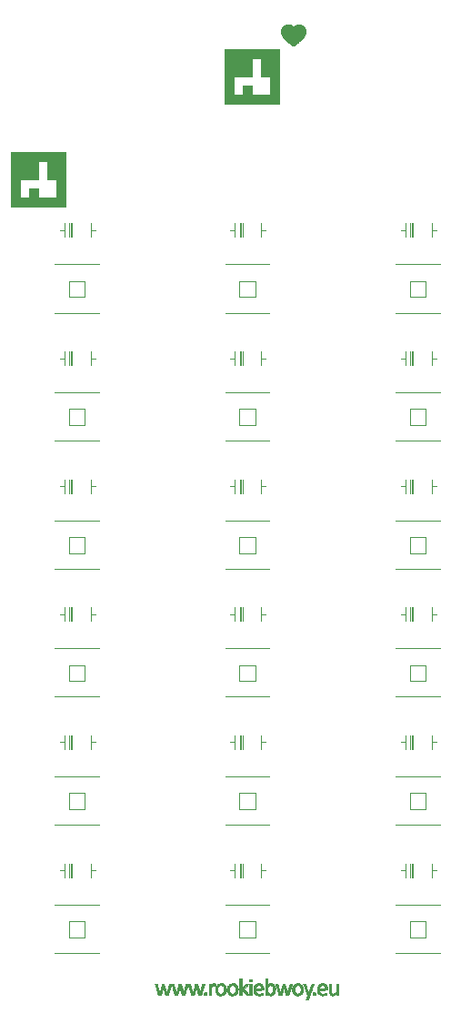
<source format=gbr>
%TF.GenerationSoftware,KiCad,Pcbnew,(5.1.9)-1*%
%TF.CreationDate,2021-06-02T16:01:08+02:00*%
%TF.ProjectId,LATE-9,4c415445-2d39-42e6-9b69-6361645f7063,rev?*%
%TF.SameCoordinates,Original*%
%TF.FileFunction,Legend,Top*%
%TF.FilePolarity,Positive*%
%FSLAX46Y46*%
G04 Gerber Fmt 4.6, Leading zero omitted, Abs format (unit mm)*
G04 Created by KiCad (PCBNEW (5.1.9)-1) date 2021-06-02 16:01:08*
%MOMM*%
%LPD*%
G01*
G04 APERTURE LIST*
%ADD10C,0.010000*%
%ADD11C,0.120000*%
G04 APERTURE END LIST*
D10*
%TO.C,G\u002A\u002A\u002A*%
G36*
X54845543Y-49121227D02*
G01*
X54815457Y-49122389D01*
X54786560Y-49124392D01*
X54760714Y-49127177D01*
X54746336Y-49129392D01*
X54683004Y-49143889D01*
X54622425Y-49164092D01*
X54564703Y-49189950D01*
X54509944Y-49221408D01*
X54458251Y-49258413D01*
X54409730Y-49300910D01*
X54406995Y-49303562D01*
X54367330Y-49342238D01*
X54329121Y-49305115D01*
X54285220Y-49265491D01*
X54240668Y-49231537D01*
X54194400Y-49202589D01*
X54145350Y-49177981D01*
X54092455Y-49157047D01*
X54091851Y-49156836D01*
X54038962Y-49140590D01*
X53987125Y-49129385D01*
X53934628Y-49122967D01*
X53879761Y-49121079D01*
X53855938Y-49121563D01*
X53803389Y-49124975D01*
X53754913Y-49131620D01*
X53708908Y-49141879D01*
X53663772Y-49156134D01*
X53617905Y-49174768D01*
X53601938Y-49182132D01*
X53545378Y-49212360D01*
X53492764Y-49247429D01*
X53444321Y-49287034D01*
X53400274Y-49330870D01*
X53360847Y-49378633D01*
X53326266Y-49430018D01*
X53296755Y-49484720D01*
X53272540Y-49542435D01*
X53253845Y-49602858D01*
X53240894Y-49665684D01*
X53239822Y-49672786D01*
X53237508Y-49694688D01*
X53236079Y-49721396D01*
X53235507Y-49751429D01*
X53235761Y-49783308D01*
X53236810Y-49815555D01*
X53238626Y-49846691D01*
X53241178Y-49875236D01*
X53244410Y-49899550D01*
X53259603Y-49973959D01*
X53280583Y-50046350D01*
X53307561Y-50117392D01*
X53327510Y-50161296D01*
X53358804Y-50221861D01*
X53393029Y-50279788D01*
X53430808Y-50335945D01*
X53472764Y-50391196D01*
X53519521Y-50446410D01*
X53571701Y-50502451D01*
X53576323Y-50507195D01*
X53609271Y-50540323D01*
X53642227Y-50572223D01*
X53675696Y-50603302D01*
X53710183Y-50633963D01*
X53746194Y-50664613D01*
X53784233Y-50695657D01*
X53824806Y-50727500D01*
X53868418Y-50760546D01*
X53915574Y-50795202D01*
X53966780Y-50831872D01*
X54022541Y-50870962D01*
X54075013Y-50907159D01*
X54116475Y-50935624D01*
X54153091Y-50960865D01*
X54185292Y-50983191D01*
X54213508Y-51002911D01*
X54238170Y-51020335D01*
X54259709Y-51035771D01*
X54278554Y-51049530D01*
X54295136Y-51061919D01*
X54309886Y-51073249D01*
X54323235Y-51083828D01*
X54335612Y-51093965D01*
X54338538Y-51096411D01*
X54348288Y-51104573D01*
X54356599Y-51111499D01*
X54361887Y-51115870D01*
X54362350Y-51116247D01*
X54365043Y-51117195D01*
X54369134Y-51116054D01*
X54375421Y-51112332D01*
X54384701Y-51105537D01*
X54397773Y-51095179D01*
X54401626Y-51092057D01*
X54420543Y-51076958D01*
X54441056Y-51061136D01*
X54463729Y-51044187D01*
X54489123Y-51025705D01*
X54517799Y-51005284D01*
X54550321Y-50982518D01*
X54587248Y-50957002D01*
X54614763Y-50938146D01*
X54651072Y-50913304D01*
X54682804Y-50891526D01*
X54710648Y-50872325D01*
X54735294Y-50855215D01*
X54757429Y-50839709D01*
X54777743Y-50825323D01*
X54796925Y-50811569D01*
X54815663Y-50797962D01*
X54834647Y-50784016D01*
X54854565Y-50769244D01*
X54862413Y-50763394D01*
X54945950Y-50698903D01*
X55023244Y-50634715D01*
X55094390Y-50570702D01*
X55159479Y-50506735D01*
X55218604Y-50442686D01*
X55271859Y-50378426D01*
X55319336Y-50313827D01*
X55361129Y-50248758D01*
X55397331Y-50183093D01*
X55428033Y-50116702D01*
X55453330Y-50049457D01*
X55473315Y-49981228D01*
X55488079Y-49911887D01*
X55491186Y-49892941D01*
X55494287Y-49868279D01*
X55496789Y-49839467D01*
X55498615Y-49808420D01*
X55499686Y-49777050D01*
X55499923Y-49747272D01*
X55499248Y-49721000D01*
X55498637Y-49710975D01*
X55490880Y-49648651D01*
X55477090Y-49588132D01*
X55457172Y-49529074D01*
X55437400Y-49483962D01*
X55406963Y-49428101D01*
X55371663Y-49376142D01*
X55331813Y-49328304D01*
X55287720Y-49284805D01*
X55239695Y-49245862D01*
X55188049Y-49211692D01*
X55133089Y-49182514D01*
X55075128Y-49158545D01*
X55014473Y-49140003D01*
X54951436Y-49127105D01*
X54924325Y-49123424D01*
X54901838Y-49121683D01*
X54874957Y-49120971D01*
X54845543Y-49121227D01*
G37*
X54845543Y-49121227D02*
X54815457Y-49122389D01*
X54786560Y-49124392D01*
X54760714Y-49127177D01*
X54746336Y-49129392D01*
X54683004Y-49143889D01*
X54622425Y-49164092D01*
X54564703Y-49189950D01*
X54509944Y-49221408D01*
X54458251Y-49258413D01*
X54409730Y-49300910D01*
X54406995Y-49303562D01*
X54367330Y-49342238D01*
X54329121Y-49305115D01*
X54285220Y-49265491D01*
X54240668Y-49231537D01*
X54194400Y-49202589D01*
X54145350Y-49177981D01*
X54092455Y-49157047D01*
X54091851Y-49156836D01*
X54038962Y-49140590D01*
X53987125Y-49129385D01*
X53934628Y-49122967D01*
X53879761Y-49121079D01*
X53855938Y-49121563D01*
X53803389Y-49124975D01*
X53754913Y-49131620D01*
X53708908Y-49141879D01*
X53663772Y-49156134D01*
X53617905Y-49174768D01*
X53601938Y-49182132D01*
X53545378Y-49212360D01*
X53492764Y-49247429D01*
X53444321Y-49287034D01*
X53400274Y-49330870D01*
X53360847Y-49378633D01*
X53326266Y-49430018D01*
X53296755Y-49484720D01*
X53272540Y-49542435D01*
X53253845Y-49602858D01*
X53240894Y-49665684D01*
X53239822Y-49672786D01*
X53237508Y-49694688D01*
X53236079Y-49721396D01*
X53235507Y-49751429D01*
X53235761Y-49783308D01*
X53236810Y-49815555D01*
X53238626Y-49846691D01*
X53241178Y-49875236D01*
X53244410Y-49899550D01*
X53259603Y-49973959D01*
X53280583Y-50046350D01*
X53307561Y-50117392D01*
X53327510Y-50161296D01*
X53358804Y-50221861D01*
X53393029Y-50279788D01*
X53430808Y-50335945D01*
X53472764Y-50391196D01*
X53519521Y-50446410D01*
X53571701Y-50502451D01*
X53576323Y-50507195D01*
X53609271Y-50540323D01*
X53642227Y-50572223D01*
X53675696Y-50603302D01*
X53710183Y-50633963D01*
X53746194Y-50664613D01*
X53784233Y-50695657D01*
X53824806Y-50727500D01*
X53868418Y-50760546D01*
X53915574Y-50795202D01*
X53966780Y-50831872D01*
X54022541Y-50870962D01*
X54075013Y-50907159D01*
X54116475Y-50935624D01*
X54153091Y-50960865D01*
X54185292Y-50983191D01*
X54213508Y-51002911D01*
X54238170Y-51020335D01*
X54259709Y-51035771D01*
X54278554Y-51049530D01*
X54295136Y-51061919D01*
X54309886Y-51073249D01*
X54323235Y-51083828D01*
X54335612Y-51093965D01*
X54338538Y-51096411D01*
X54348288Y-51104573D01*
X54356599Y-51111499D01*
X54361887Y-51115870D01*
X54362350Y-51116247D01*
X54365043Y-51117195D01*
X54369134Y-51116054D01*
X54375421Y-51112332D01*
X54384701Y-51105537D01*
X54397773Y-51095179D01*
X54401626Y-51092057D01*
X54420543Y-51076958D01*
X54441056Y-51061136D01*
X54463729Y-51044187D01*
X54489123Y-51025705D01*
X54517799Y-51005284D01*
X54550321Y-50982518D01*
X54587248Y-50957002D01*
X54614763Y-50938146D01*
X54651072Y-50913304D01*
X54682804Y-50891526D01*
X54710648Y-50872325D01*
X54735294Y-50855215D01*
X54757429Y-50839709D01*
X54777743Y-50825323D01*
X54796925Y-50811569D01*
X54815663Y-50797962D01*
X54834647Y-50784016D01*
X54854565Y-50769244D01*
X54862413Y-50763394D01*
X54945950Y-50698903D01*
X55023244Y-50634715D01*
X55094390Y-50570702D01*
X55159479Y-50506735D01*
X55218604Y-50442686D01*
X55271859Y-50378426D01*
X55319336Y-50313827D01*
X55361129Y-50248758D01*
X55397331Y-50183093D01*
X55428033Y-50116702D01*
X55453330Y-50049457D01*
X55473315Y-49981228D01*
X55488079Y-49911887D01*
X55491186Y-49892941D01*
X55494287Y-49868279D01*
X55496789Y-49839467D01*
X55498615Y-49808420D01*
X55499686Y-49777050D01*
X55499923Y-49747272D01*
X55499248Y-49721000D01*
X55498637Y-49710975D01*
X55490880Y-49648651D01*
X55477090Y-49588132D01*
X55457172Y-49529074D01*
X55437400Y-49483962D01*
X55406963Y-49428101D01*
X55371663Y-49376142D01*
X55331813Y-49328304D01*
X55287720Y-49284805D01*
X55239695Y-49245862D01*
X55188049Y-49211692D01*
X55133089Y-49182514D01*
X55075128Y-49158545D01*
X55014473Y-49140003D01*
X54951436Y-49127105D01*
X54924325Y-49123424D01*
X54901838Y-49121683D01*
X54874957Y-49120971D01*
X54845543Y-49121227D01*
G36*
X53086000Y-56515000D02*
G01*
X48006000Y-56515000D01*
X48006000Y-53975000D01*
X48852667Y-53975000D01*
X48852667Y-55668334D01*
X49699334Y-55668334D01*
X49699334Y-54821667D01*
X50546000Y-54821667D01*
X50546000Y-55668334D01*
X52239334Y-55668334D01*
X52239334Y-53975000D01*
X51392667Y-53975000D01*
X51392667Y-52281667D01*
X50546000Y-52281667D01*
X50546000Y-53975000D01*
X48852667Y-53975000D01*
X48006000Y-53975000D01*
X48006000Y-51435000D01*
X53086000Y-51435000D01*
X53086000Y-56515000D01*
G37*
X53086000Y-56515000D02*
X48006000Y-56515000D01*
X48006000Y-53975000D01*
X48852667Y-53975000D01*
X48852667Y-55668334D01*
X49699334Y-55668334D01*
X49699334Y-54821667D01*
X50546000Y-54821667D01*
X50546000Y-55668334D01*
X52239334Y-55668334D01*
X52239334Y-53975000D01*
X51392667Y-53975000D01*
X51392667Y-52281667D01*
X50546000Y-52281667D01*
X50546000Y-53975000D01*
X48852667Y-53975000D01*
X48006000Y-53975000D01*
X48006000Y-51435000D01*
X53086000Y-51435000D01*
X53086000Y-56515000D01*
D11*
%TO.C,SW18*%
X65206250Y-134018750D02*
X66706250Y-134018750D01*
X65206250Y-132518750D02*
X66706250Y-132518750D01*
X66706250Y-132518750D02*
X66706250Y-134018750D01*
X65206250Y-132518750D02*
X65206250Y-134018750D01*
X63906250Y-135468750D02*
X68006250Y-135468750D01*
X68006250Y-130968750D02*
X63906250Y-130968750D01*
%TO.C,SW17*%
X49331250Y-134018750D02*
X50831250Y-134018750D01*
X49331250Y-132518750D02*
X50831250Y-132518750D01*
X50831250Y-132518750D02*
X50831250Y-134018750D01*
X49331250Y-132518750D02*
X49331250Y-134018750D01*
X48031250Y-135468750D02*
X52131250Y-135468750D01*
X52131250Y-130968750D02*
X48031250Y-130968750D01*
%TO.C,SW16*%
X33456250Y-134018750D02*
X34956250Y-134018750D01*
X33456250Y-132518750D02*
X34956250Y-132518750D01*
X34956250Y-132518750D02*
X34956250Y-134018750D01*
X33456250Y-132518750D02*
X33456250Y-134018750D01*
X32156250Y-135468750D02*
X36256250Y-135468750D01*
X36256250Y-130968750D02*
X32156250Y-130968750D01*
%TO.C,SW15*%
X65206250Y-122112500D02*
X66706250Y-122112500D01*
X65206250Y-120612500D02*
X66706250Y-120612500D01*
X66706250Y-120612500D02*
X66706250Y-122112500D01*
X65206250Y-120612500D02*
X65206250Y-122112500D01*
X63906250Y-123562500D02*
X68006250Y-123562500D01*
X68006250Y-119062500D02*
X63906250Y-119062500D01*
%TO.C,SW14*%
X49331250Y-122112500D02*
X50831250Y-122112500D01*
X49331250Y-120612500D02*
X50831250Y-120612500D01*
X50831250Y-120612500D02*
X50831250Y-122112500D01*
X49331250Y-120612500D02*
X49331250Y-122112500D01*
X48031250Y-123562500D02*
X52131250Y-123562500D01*
X52131250Y-119062500D02*
X48031250Y-119062500D01*
%TO.C,SW13*%
X33456250Y-122112500D02*
X34956250Y-122112500D01*
X33456250Y-120612500D02*
X34956250Y-120612500D01*
X34956250Y-120612500D02*
X34956250Y-122112500D01*
X33456250Y-120612500D02*
X33456250Y-122112500D01*
X32156250Y-123562500D02*
X36256250Y-123562500D01*
X36256250Y-119062500D02*
X32156250Y-119062500D01*
%TO.C,SW12*%
X65206250Y-110206250D02*
X66706250Y-110206250D01*
X65206250Y-108706250D02*
X66706250Y-108706250D01*
X66706250Y-108706250D02*
X66706250Y-110206250D01*
X65206250Y-108706250D02*
X65206250Y-110206250D01*
X63906250Y-111656250D02*
X68006250Y-111656250D01*
X68006250Y-107156250D02*
X63906250Y-107156250D01*
%TO.C,SW11*%
X49331250Y-110206250D02*
X50831250Y-110206250D01*
X49331250Y-108706250D02*
X50831250Y-108706250D01*
X50831250Y-108706250D02*
X50831250Y-110206250D01*
X49331250Y-108706250D02*
X49331250Y-110206250D01*
X48031250Y-111656250D02*
X52131250Y-111656250D01*
X52131250Y-107156250D02*
X48031250Y-107156250D01*
%TO.C,SW10*%
X33456250Y-110206250D02*
X34956250Y-110206250D01*
X33456250Y-108706250D02*
X34956250Y-108706250D01*
X34956250Y-108706250D02*
X34956250Y-110206250D01*
X33456250Y-108706250D02*
X33456250Y-110206250D01*
X32156250Y-111656250D02*
X36256250Y-111656250D01*
X36256250Y-107156250D02*
X32156250Y-107156250D01*
%TO.C,SW9*%
X65206250Y-98300000D02*
X66706250Y-98300000D01*
X65206250Y-96800000D02*
X66706250Y-96800000D01*
X66706250Y-96800000D02*
X66706250Y-98300000D01*
X65206250Y-96800000D02*
X65206250Y-98300000D01*
X63906250Y-99750000D02*
X68006250Y-99750000D01*
X68006250Y-95250000D02*
X63906250Y-95250000D01*
%TO.C,SW8*%
X49331250Y-98300000D02*
X50831250Y-98300000D01*
X49331250Y-96800000D02*
X50831250Y-96800000D01*
X50831250Y-96800000D02*
X50831250Y-98300000D01*
X49331250Y-96800000D02*
X49331250Y-98300000D01*
X48031250Y-99750000D02*
X52131250Y-99750000D01*
X52131250Y-95250000D02*
X48031250Y-95250000D01*
%TO.C,SW7*%
X33456250Y-98300000D02*
X34956250Y-98300000D01*
X33456250Y-96800000D02*
X34956250Y-96800000D01*
X34956250Y-96800000D02*
X34956250Y-98300000D01*
X33456250Y-96800000D02*
X33456250Y-98300000D01*
X32156250Y-99750000D02*
X36256250Y-99750000D01*
X36256250Y-95250000D02*
X32156250Y-95250000D01*
%TO.C,SW6*%
X65206250Y-86393750D02*
X66706250Y-86393750D01*
X65206250Y-84893750D02*
X66706250Y-84893750D01*
X66706250Y-84893750D02*
X66706250Y-86393750D01*
X65206250Y-84893750D02*
X65206250Y-86393750D01*
X63906250Y-87843750D02*
X68006250Y-87843750D01*
X68006250Y-83343750D02*
X63906250Y-83343750D01*
%TO.C,SW5*%
X49331250Y-86393750D02*
X50831250Y-86393750D01*
X49331250Y-84893750D02*
X50831250Y-84893750D01*
X50831250Y-84893750D02*
X50831250Y-86393750D01*
X49331250Y-84893750D02*
X49331250Y-86393750D01*
X48031250Y-87843750D02*
X52131250Y-87843750D01*
X52131250Y-83343750D02*
X48031250Y-83343750D01*
%TO.C,SW4*%
X33456250Y-86393750D02*
X34956250Y-86393750D01*
X33456250Y-84893750D02*
X34956250Y-84893750D01*
X34956250Y-84893750D02*
X34956250Y-86393750D01*
X33456250Y-84893750D02*
X33456250Y-86393750D01*
X32156250Y-87843750D02*
X36256250Y-87843750D01*
X36256250Y-83343750D02*
X32156250Y-83343750D01*
%TO.C,SW3*%
X65206250Y-74487500D02*
X66706250Y-74487500D01*
X65206250Y-72987500D02*
X66706250Y-72987500D01*
X66706250Y-72987500D02*
X66706250Y-74487500D01*
X65206250Y-72987500D02*
X65206250Y-74487500D01*
X63906250Y-75937500D02*
X68006250Y-75937500D01*
X68006250Y-71437500D02*
X63906250Y-71437500D01*
%TO.C,SW2*%
X49331250Y-74487500D02*
X50831250Y-74487500D01*
X49331250Y-72987500D02*
X50831250Y-72987500D01*
X50831250Y-72987500D02*
X50831250Y-74487500D01*
X49331250Y-72987500D02*
X49331250Y-74487500D01*
X48031250Y-75937500D02*
X52131250Y-75937500D01*
X52131250Y-71437500D02*
X48031250Y-71437500D01*
%TO.C,SW1*%
X33456250Y-74487500D02*
X34956250Y-74487500D01*
X33456250Y-72987500D02*
X34956250Y-72987500D01*
X34956250Y-72987500D02*
X34956250Y-74487500D01*
X33456250Y-72987500D02*
X33456250Y-74487500D01*
X32156250Y-75937500D02*
X36256250Y-75937500D01*
X36256250Y-71437500D02*
X32156250Y-71437500D01*
%TO.C,D18*%
X64809000Y-127158750D02*
X64809000Y-128428750D01*
X67271000Y-128428750D02*
X67271000Y-127158750D01*
X64389000Y-127793750D02*
X64809000Y-127793750D01*
X67691000Y-127793750D02*
X67271000Y-127793750D01*
X65405000Y-127158750D02*
X65405000Y-128428750D01*
X65532000Y-127158750D02*
X65532000Y-128428750D01*
X65282000Y-127158750D02*
X65282000Y-128428750D01*
%TO.C,D17*%
X48934000Y-127158750D02*
X48934000Y-128428750D01*
X51396000Y-128428750D02*
X51396000Y-127158750D01*
X48514000Y-127793750D02*
X48934000Y-127793750D01*
X51816000Y-127793750D02*
X51396000Y-127793750D01*
X49530000Y-127158750D02*
X49530000Y-128428750D01*
X49657000Y-127158750D02*
X49657000Y-128428750D01*
X49407000Y-127158750D02*
X49407000Y-128428750D01*
%TO.C,D16*%
X33059000Y-127158750D02*
X33059000Y-128428750D01*
X35521000Y-128428750D02*
X35521000Y-127158750D01*
X32639000Y-127793750D02*
X33059000Y-127793750D01*
X35941000Y-127793750D02*
X35521000Y-127793750D01*
X33655000Y-127158750D02*
X33655000Y-128428750D01*
X33782000Y-127158750D02*
X33782000Y-128428750D01*
X33532000Y-127158750D02*
X33532000Y-128428750D01*
%TO.C,D15*%
X64809000Y-115252500D02*
X64809000Y-116522500D01*
X67271000Y-116522500D02*
X67271000Y-115252500D01*
X64389000Y-115887500D02*
X64809000Y-115887500D01*
X67691000Y-115887500D02*
X67271000Y-115887500D01*
X65405000Y-115252500D02*
X65405000Y-116522500D01*
X65532000Y-115252500D02*
X65532000Y-116522500D01*
X65282000Y-115252500D02*
X65282000Y-116522500D01*
%TO.C,D14*%
X48934000Y-115252500D02*
X48934000Y-116522500D01*
X51396000Y-116522500D02*
X51396000Y-115252500D01*
X48514000Y-115887500D02*
X48934000Y-115887500D01*
X51816000Y-115887500D02*
X51396000Y-115887500D01*
X49530000Y-115252500D02*
X49530000Y-116522500D01*
X49657000Y-115252500D02*
X49657000Y-116522500D01*
X49407000Y-115252500D02*
X49407000Y-116522500D01*
%TO.C,D13*%
X33059000Y-115252500D02*
X33059000Y-116522500D01*
X35521000Y-116522500D02*
X35521000Y-115252500D01*
X32639000Y-115887500D02*
X33059000Y-115887500D01*
X35941000Y-115887500D02*
X35521000Y-115887500D01*
X33655000Y-115252500D02*
X33655000Y-116522500D01*
X33782000Y-115252500D02*
X33782000Y-116522500D01*
X33532000Y-115252500D02*
X33532000Y-116522500D01*
%TO.C,D12*%
X64809000Y-103346250D02*
X64809000Y-104616250D01*
X67271000Y-104616250D02*
X67271000Y-103346250D01*
X64389000Y-103981250D02*
X64809000Y-103981250D01*
X67691000Y-103981250D02*
X67271000Y-103981250D01*
X65405000Y-103346250D02*
X65405000Y-104616250D01*
X65532000Y-103346250D02*
X65532000Y-104616250D01*
X65282000Y-103346250D02*
X65282000Y-104616250D01*
%TO.C,D11*%
X48934000Y-103346250D02*
X48934000Y-104616250D01*
X51396000Y-104616250D02*
X51396000Y-103346250D01*
X48514000Y-103981250D02*
X48934000Y-103981250D01*
X51816000Y-103981250D02*
X51396000Y-103981250D01*
X49530000Y-103346250D02*
X49530000Y-104616250D01*
X49657000Y-103346250D02*
X49657000Y-104616250D01*
X49407000Y-103346250D02*
X49407000Y-104616250D01*
%TO.C,D10*%
X33059000Y-103346250D02*
X33059000Y-104616250D01*
X35521000Y-104616250D02*
X35521000Y-103346250D01*
X32639000Y-103981250D02*
X33059000Y-103981250D01*
X35941000Y-103981250D02*
X35521000Y-103981250D01*
X33655000Y-103346250D02*
X33655000Y-104616250D01*
X33782000Y-103346250D02*
X33782000Y-104616250D01*
X33532000Y-103346250D02*
X33532000Y-104616250D01*
%TO.C,D9*%
X64809000Y-91440000D02*
X64809000Y-92710000D01*
X67271000Y-92710000D02*
X67271000Y-91440000D01*
X64389000Y-92075000D02*
X64809000Y-92075000D01*
X67691000Y-92075000D02*
X67271000Y-92075000D01*
X65405000Y-91440000D02*
X65405000Y-92710000D01*
X65532000Y-91440000D02*
X65532000Y-92710000D01*
X65282000Y-91440000D02*
X65282000Y-92710000D01*
%TO.C,D8*%
X48934000Y-91440000D02*
X48934000Y-92710000D01*
X51396000Y-92710000D02*
X51396000Y-91440000D01*
X48514000Y-92075000D02*
X48934000Y-92075000D01*
X51816000Y-92075000D02*
X51396000Y-92075000D01*
X49530000Y-91440000D02*
X49530000Y-92710000D01*
X49657000Y-91440000D02*
X49657000Y-92710000D01*
X49407000Y-91440000D02*
X49407000Y-92710000D01*
%TO.C,D7*%
X33059000Y-91440000D02*
X33059000Y-92710000D01*
X35521000Y-92710000D02*
X35521000Y-91440000D01*
X32639000Y-92075000D02*
X33059000Y-92075000D01*
X35941000Y-92075000D02*
X35521000Y-92075000D01*
X33655000Y-91440000D02*
X33655000Y-92710000D01*
X33782000Y-91440000D02*
X33782000Y-92710000D01*
X33532000Y-91440000D02*
X33532000Y-92710000D01*
%TO.C,D6*%
X64809000Y-79533750D02*
X64809000Y-80803750D01*
X67271000Y-80803750D02*
X67271000Y-79533750D01*
X64389000Y-80168750D02*
X64809000Y-80168750D01*
X67691000Y-80168750D02*
X67271000Y-80168750D01*
X65405000Y-79533750D02*
X65405000Y-80803750D01*
X65532000Y-79533750D02*
X65532000Y-80803750D01*
X65282000Y-79533750D02*
X65282000Y-80803750D01*
%TO.C,D5*%
X48934000Y-79533750D02*
X48934000Y-80803750D01*
X51396000Y-80803750D02*
X51396000Y-79533750D01*
X48514000Y-80168750D02*
X48934000Y-80168750D01*
X51816000Y-80168750D02*
X51396000Y-80168750D01*
X49530000Y-79533750D02*
X49530000Y-80803750D01*
X49657000Y-79533750D02*
X49657000Y-80803750D01*
X49407000Y-79533750D02*
X49407000Y-80803750D01*
%TO.C,D4*%
X33059000Y-79533750D02*
X33059000Y-80803750D01*
X35521000Y-80803750D02*
X35521000Y-79533750D01*
X32639000Y-80168750D02*
X33059000Y-80168750D01*
X35941000Y-80168750D02*
X35521000Y-80168750D01*
X33655000Y-79533750D02*
X33655000Y-80803750D01*
X33782000Y-79533750D02*
X33782000Y-80803750D01*
X33532000Y-79533750D02*
X33532000Y-80803750D01*
%TO.C,D3*%
X64809000Y-67627500D02*
X64809000Y-68897500D01*
X67271000Y-68897500D02*
X67271000Y-67627500D01*
X64389000Y-68262500D02*
X64809000Y-68262500D01*
X67691000Y-68262500D02*
X67271000Y-68262500D01*
X65405000Y-67627500D02*
X65405000Y-68897500D01*
X65532000Y-67627500D02*
X65532000Y-68897500D01*
X65282000Y-67627500D02*
X65282000Y-68897500D01*
%TO.C,D2*%
X48934000Y-67627500D02*
X48934000Y-68897500D01*
X51396000Y-68897500D02*
X51396000Y-67627500D01*
X48514000Y-68262500D02*
X48934000Y-68262500D01*
X51816000Y-68262500D02*
X51396000Y-68262500D01*
X49530000Y-67627500D02*
X49530000Y-68897500D01*
X49657000Y-67627500D02*
X49657000Y-68897500D01*
X49407000Y-67627500D02*
X49407000Y-68897500D01*
%TO.C,D1*%
X33059000Y-67627500D02*
X33059000Y-68897500D01*
X35521000Y-68897500D02*
X35521000Y-67627500D01*
X32639000Y-68262500D02*
X33059000Y-68262500D01*
X35941000Y-68262500D02*
X35521000Y-68262500D01*
X33655000Y-67627500D02*
X33655000Y-68897500D01*
X33782000Y-67627500D02*
X33782000Y-68897500D01*
X33532000Y-67627500D02*
X33532000Y-68897500D01*
D10*
%TO.C,G\u002A\u002A\u002A*%
G36*
X55456004Y-138340990D02*
G01*
X55475605Y-138346182D01*
X55476456Y-138346794D01*
X55483143Y-138359505D01*
X55496192Y-138390746D01*
X55514725Y-138438184D01*
X55537863Y-138499484D01*
X55564726Y-138572312D01*
X55594435Y-138654331D01*
X55626113Y-138743208D01*
X55632539Y-138761408D01*
X55664184Y-138850761D01*
X55693670Y-138933232D01*
X55720174Y-139006577D01*
X55742871Y-139068552D01*
X55760940Y-139116911D01*
X55773555Y-139149410D01*
X55779894Y-139163805D01*
X55780369Y-139164320D01*
X55785059Y-139154208D01*
X55795993Y-139125395D01*
X55812381Y-139080118D01*
X55833434Y-139020614D01*
X55858363Y-138949118D01*
X55886377Y-138867868D01*
X55916688Y-138779099D01*
X55925564Y-138752950D01*
X56064998Y-138341652D01*
X56157477Y-138341652D01*
X56202714Y-138342037D01*
X56230429Y-138343969D01*
X56245182Y-138348618D01*
X56251534Y-138357149D01*
X56253449Y-138366219D01*
X56253099Y-138373212D01*
X56250496Y-138385819D01*
X56245254Y-138405151D01*
X56236987Y-138432320D01*
X56225310Y-138468437D01*
X56209837Y-138514614D01*
X56190182Y-138571962D01*
X56165959Y-138641594D01*
X56136783Y-138724620D01*
X56102267Y-138822153D01*
X56062025Y-138935304D01*
X56015673Y-139065184D01*
X55962824Y-139212905D01*
X55903092Y-139379579D01*
X55861438Y-139495695D01*
X55833496Y-139572569D01*
X55807121Y-139643270D01*
X55783435Y-139704929D01*
X55763564Y-139754676D01*
X55748632Y-139789642D01*
X55739762Y-139806959D01*
X55739195Y-139807674D01*
X55719349Y-139818245D01*
X55686096Y-139825191D01*
X55645809Y-139828447D01*
X55604862Y-139827948D01*
X55569626Y-139823628D01*
X55546474Y-139815424D01*
X55541360Y-139809689D01*
X55543082Y-139794215D01*
X55551953Y-139761928D01*
X55566792Y-139716471D01*
X55586418Y-139661487D01*
X55606698Y-139608146D01*
X55633048Y-139539715D01*
X55651579Y-139488850D01*
X55663101Y-139452780D01*
X55668419Y-139428739D01*
X55668343Y-139413957D01*
X55665284Y-139407347D01*
X55657764Y-139392445D01*
X55643913Y-139359412D01*
X55624628Y-139310714D01*
X55600806Y-139248814D01*
X55573343Y-139176178D01*
X55543137Y-139095270D01*
X55511084Y-139008556D01*
X55478082Y-138918499D01*
X55445026Y-138827565D01*
X55412815Y-138738218D01*
X55382344Y-138652923D01*
X55354512Y-138574144D01*
X55330213Y-138504347D01*
X55310347Y-138445996D01*
X55295808Y-138401555D01*
X55287495Y-138373490D01*
X55285880Y-138364706D01*
X55289631Y-138353007D01*
X55299884Y-138345750D01*
X55321301Y-138341570D01*
X55358544Y-138339104D01*
X55375808Y-138338408D01*
X55420794Y-138338237D01*
X55456004Y-138340990D01*
G37*
X55456004Y-138340990D02*
X55475605Y-138346182D01*
X55476456Y-138346794D01*
X55483143Y-138359505D01*
X55496192Y-138390746D01*
X55514725Y-138438184D01*
X55537863Y-138499484D01*
X55564726Y-138572312D01*
X55594435Y-138654331D01*
X55626113Y-138743208D01*
X55632539Y-138761408D01*
X55664184Y-138850761D01*
X55693670Y-138933232D01*
X55720174Y-139006577D01*
X55742871Y-139068552D01*
X55760940Y-139116911D01*
X55773555Y-139149410D01*
X55779894Y-139163805D01*
X55780369Y-139164320D01*
X55785059Y-139154208D01*
X55795993Y-139125395D01*
X55812381Y-139080118D01*
X55833434Y-139020614D01*
X55858363Y-138949118D01*
X55886377Y-138867868D01*
X55916688Y-138779099D01*
X55925564Y-138752950D01*
X56064998Y-138341652D01*
X56157477Y-138341652D01*
X56202714Y-138342037D01*
X56230429Y-138343969D01*
X56245182Y-138348618D01*
X56251534Y-138357149D01*
X56253449Y-138366219D01*
X56253099Y-138373212D01*
X56250496Y-138385819D01*
X56245254Y-138405151D01*
X56236987Y-138432320D01*
X56225310Y-138468437D01*
X56209837Y-138514614D01*
X56190182Y-138571962D01*
X56165959Y-138641594D01*
X56136783Y-138724620D01*
X56102267Y-138822153D01*
X56062025Y-138935304D01*
X56015673Y-139065184D01*
X55962824Y-139212905D01*
X55903092Y-139379579D01*
X55861438Y-139495695D01*
X55833496Y-139572569D01*
X55807121Y-139643270D01*
X55783435Y-139704929D01*
X55763564Y-139754676D01*
X55748632Y-139789642D01*
X55739762Y-139806959D01*
X55739195Y-139807674D01*
X55719349Y-139818245D01*
X55686096Y-139825191D01*
X55645809Y-139828447D01*
X55604862Y-139827948D01*
X55569626Y-139823628D01*
X55546474Y-139815424D01*
X55541360Y-139809689D01*
X55543082Y-139794215D01*
X55551953Y-139761928D01*
X55566792Y-139716471D01*
X55586418Y-139661487D01*
X55606698Y-139608146D01*
X55633048Y-139539715D01*
X55651579Y-139488850D01*
X55663101Y-139452780D01*
X55668419Y-139428739D01*
X55668343Y-139413957D01*
X55665284Y-139407347D01*
X55657764Y-139392445D01*
X55643913Y-139359412D01*
X55624628Y-139310714D01*
X55600806Y-139248814D01*
X55573343Y-139176178D01*
X55543137Y-139095270D01*
X55511084Y-139008556D01*
X55478082Y-138918499D01*
X55445026Y-138827565D01*
X55412815Y-138738218D01*
X55382344Y-138652923D01*
X55354512Y-138574144D01*
X55330213Y-138504347D01*
X55310347Y-138445996D01*
X55295808Y-138401555D01*
X55287495Y-138373490D01*
X55285880Y-138364706D01*
X55289631Y-138353007D01*
X55299884Y-138345750D01*
X55321301Y-138341570D01*
X55358544Y-138339104D01*
X55375808Y-138338408D01*
X55420794Y-138338237D01*
X55456004Y-138340990D01*
G36*
X55021346Y-138372330D02*
G01*
X55099791Y-138420778D01*
X55162116Y-138481458D01*
X55209754Y-138556344D01*
X55244139Y-138647410D01*
X55255891Y-138695236D01*
X55271413Y-138813325D01*
X55269597Y-138933685D01*
X55251044Y-139050883D01*
X55216356Y-139159487D01*
X55200723Y-139194039D01*
X55148656Y-139276512D01*
X55081922Y-139342754D01*
X55001135Y-139392480D01*
X54906908Y-139425408D01*
X54799855Y-139441255D01*
X54680589Y-139439736D01*
X54670739Y-139438874D01*
X54569363Y-139419973D01*
X54481282Y-139383494D01*
X54406888Y-139329788D01*
X54346573Y-139259203D01*
X54300732Y-139172090D01*
X54273402Y-139085153D01*
X54263861Y-139026143D01*
X54258564Y-138953296D01*
X54257953Y-138907646D01*
X54459866Y-138907646D01*
X54468408Y-138995043D01*
X54487011Y-139076239D01*
X54515276Y-139145904D01*
X54537479Y-139180969D01*
X54583217Y-139223816D01*
X54642808Y-139254442D01*
X54711088Y-139271863D01*
X54782895Y-139275091D01*
X54853064Y-139263141D01*
X54891609Y-139248571D01*
X54936828Y-139223584D01*
X54971059Y-139194260D01*
X54999746Y-139154735D01*
X55026253Y-139103619D01*
X55038879Y-139075290D01*
X55047521Y-139050341D01*
X55052930Y-139023563D01*
X55055856Y-138989744D01*
X55057049Y-138943676D01*
X55057261Y-138888304D01*
X55056507Y-138819425D01*
X55053908Y-138767483D01*
X55048956Y-138727367D01*
X55041144Y-138693968D01*
X55036548Y-138679735D01*
X55006147Y-138617788D01*
X54962755Y-138563154D01*
X54911724Y-138522047D01*
X54891609Y-138511342D01*
X54843511Y-138497345D01*
X54783704Y-138491109D01*
X54721156Y-138492635D01*
X54664838Y-138501922D01*
X54637514Y-138511335D01*
X54589456Y-138542592D01*
X54543994Y-138588924D01*
X54507339Y-138643617D01*
X54498595Y-138661534D01*
X54474560Y-138735563D01*
X54461784Y-138819376D01*
X54459866Y-138907646D01*
X54257953Y-138907646D01*
X54257508Y-138874452D01*
X54260688Y-138797450D01*
X54268099Y-138730128D01*
X54273613Y-138701593D01*
X54304637Y-138610285D01*
X54351561Y-138526184D01*
X54411411Y-138452982D01*
X54481214Y-138394369D01*
X54551640Y-138356515D01*
X54579695Y-138346180D01*
X54606867Y-138339021D01*
X54638118Y-138334467D01*
X54678409Y-138331949D01*
X54732699Y-138330897D01*
X54776225Y-138330730D01*
X54936928Y-138330608D01*
X55021346Y-138372330D01*
G37*
X55021346Y-138372330D02*
X55099791Y-138420778D01*
X55162116Y-138481458D01*
X55209754Y-138556344D01*
X55244139Y-138647410D01*
X55255891Y-138695236D01*
X55271413Y-138813325D01*
X55269597Y-138933685D01*
X55251044Y-139050883D01*
X55216356Y-139159487D01*
X55200723Y-139194039D01*
X55148656Y-139276512D01*
X55081922Y-139342754D01*
X55001135Y-139392480D01*
X54906908Y-139425408D01*
X54799855Y-139441255D01*
X54680589Y-139439736D01*
X54670739Y-139438874D01*
X54569363Y-139419973D01*
X54481282Y-139383494D01*
X54406888Y-139329788D01*
X54346573Y-139259203D01*
X54300732Y-139172090D01*
X54273402Y-139085153D01*
X54263861Y-139026143D01*
X54258564Y-138953296D01*
X54257953Y-138907646D01*
X54459866Y-138907646D01*
X54468408Y-138995043D01*
X54487011Y-139076239D01*
X54515276Y-139145904D01*
X54537479Y-139180969D01*
X54583217Y-139223816D01*
X54642808Y-139254442D01*
X54711088Y-139271863D01*
X54782895Y-139275091D01*
X54853064Y-139263141D01*
X54891609Y-139248571D01*
X54936828Y-139223584D01*
X54971059Y-139194260D01*
X54999746Y-139154735D01*
X55026253Y-139103619D01*
X55038879Y-139075290D01*
X55047521Y-139050341D01*
X55052930Y-139023563D01*
X55055856Y-138989744D01*
X55057049Y-138943676D01*
X55057261Y-138888304D01*
X55056507Y-138819425D01*
X55053908Y-138767483D01*
X55048956Y-138727367D01*
X55041144Y-138693968D01*
X55036548Y-138679735D01*
X55006147Y-138617788D01*
X54962755Y-138563154D01*
X54911724Y-138522047D01*
X54891609Y-138511342D01*
X54843511Y-138497345D01*
X54783704Y-138491109D01*
X54721156Y-138492635D01*
X54664838Y-138501922D01*
X54637514Y-138511335D01*
X54589456Y-138542592D01*
X54543994Y-138588924D01*
X54507339Y-138643617D01*
X54498595Y-138661534D01*
X54474560Y-138735563D01*
X54461784Y-138819376D01*
X54459866Y-138907646D01*
X54257953Y-138907646D01*
X54257508Y-138874452D01*
X54260688Y-138797450D01*
X54268099Y-138730128D01*
X54273613Y-138701593D01*
X54304637Y-138610285D01*
X54351561Y-138526184D01*
X54411411Y-138452982D01*
X54481214Y-138394369D01*
X54551640Y-138356515D01*
X54579695Y-138346180D01*
X54606867Y-138339021D01*
X54638118Y-138334467D01*
X54678409Y-138331949D01*
X54732699Y-138330897D01*
X54776225Y-138330730D01*
X54936928Y-138330608D01*
X55021346Y-138372330D01*
G36*
X57138765Y-138330957D02*
G01*
X57182556Y-138332507D01*
X57214916Y-138336010D01*
X57241170Y-138342222D01*
X57266644Y-138351894D01*
X57283847Y-138359710D01*
X57364244Y-138408708D01*
X57428427Y-138472699D01*
X57476390Y-138551667D01*
X57508122Y-138645597D01*
X57523617Y-138754474D01*
X57525287Y-138806527D01*
X57525500Y-138838273D01*
X57524543Y-138863882D01*
X57520277Y-138884035D01*
X57510563Y-138899412D01*
X57493261Y-138910693D01*
X57466234Y-138918557D01*
X57427341Y-138923684D01*
X57374445Y-138926755D01*
X57305406Y-138928450D01*
X57218086Y-138929447D01*
X57136321Y-138930175D01*
X56793624Y-138933394D01*
X56799532Y-138998549D01*
X56816141Y-139081746D01*
X56849002Y-139152542D01*
X56896818Y-139209081D01*
X56958292Y-139249506D01*
X56981565Y-139259069D01*
X57011611Y-139265832D01*
X57055975Y-139271086D01*
X57106898Y-139274011D01*
X57126284Y-139274341D01*
X57184041Y-139273230D01*
X57231246Y-139268125D01*
X57278486Y-139257303D01*
X57329927Y-139241202D01*
X57387417Y-139222825D01*
X57427595Y-139213048D01*
X57453686Y-139212338D01*
X57468915Y-139221165D01*
X57476507Y-139239997D01*
X57479270Y-139262896D01*
X57480120Y-139311647D01*
X57472633Y-139344501D01*
X57454294Y-139366871D01*
X57422980Y-139383999D01*
X57327688Y-139415268D01*
X57219574Y-139434997D01*
X57105162Y-139442301D01*
X57017478Y-139438954D01*
X56912449Y-139421022D01*
X56821851Y-139386422D01*
X56745813Y-139335316D01*
X56684462Y-139267865D01*
X56637924Y-139184229D01*
X56606328Y-139084571D01*
X56589799Y-138969051D01*
X56587166Y-138893826D01*
X56595192Y-138768404D01*
X56597810Y-138756196D01*
X56796609Y-138756196D01*
X56796609Y-138788913D01*
X57329763Y-138788913D01*
X57323943Y-138724722D01*
X57309425Y-138653443D01*
X57281003Y-138589383D01*
X57241486Y-138537907D01*
X57214560Y-138515911D01*
X57167420Y-138494713D01*
X57108277Y-138482378D01*
X57045733Y-138479814D01*
X56988390Y-138487928D01*
X56978122Y-138490971D01*
X56930338Y-138516782D01*
X56884729Y-138559117D01*
X56845061Y-138612470D01*
X56815104Y-138671334D01*
X56798626Y-138730203D01*
X56796609Y-138756196D01*
X56597810Y-138756196D01*
X56619084Y-138657006D01*
X56658566Y-138560168D01*
X56713360Y-138478424D01*
X56783189Y-138412310D01*
X56860653Y-138365665D01*
X56892139Y-138351244D01*
X56918400Y-138341439D01*
X56944948Y-138335362D01*
X56977298Y-138332123D01*
X57020962Y-138330835D01*
X57078218Y-138330608D01*
X57138765Y-138330957D01*
G37*
X57138765Y-138330957D02*
X57182556Y-138332507D01*
X57214916Y-138336010D01*
X57241170Y-138342222D01*
X57266644Y-138351894D01*
X57283847Y-138359710D01*
X57364244Y-138408708D01*
X57428427Y-138472699D01*
X57476390Y-138551667D01*
X57508122Y-138645597D01*
X57523617Y-138754474D01*
X57525287Y-138806527D01*
X57525500Y-138838273D01*
X57524543Y-138863882D01*
X57520277Y-138884035D01*
X57510563Y-138899412D01*
X57493261Y-138910693D01*
X57466234Y-138918557D01*
X57427341Y-138923684D01*
X57374445Y-138926755D01*
X57305406Y-138928450D01*
X57218086Y-138929447D01*
X57136321Y-138930175D01*
X56793624Y-138933394D01*
X56799532Y-138998549D01*
X56816141Y-139081746D01*
X56849002Y-139152542D01*
X56896818Y-139209081D01*
X56958292Y-139249506D01*
X56981565Y-139259069D01*
X57011611Y-139265832D01*
X57055975Y-139271086D01*
X57106898Y-139274011D01*
X57126284Y-139274341D01*
X57184041Y-139273230D01*
X57231246Y-139268125D01*
X57278486Y-139257303D01*
X57329927Y-139241202D01*
X57387417Y-139222825D01*
X57427595Y-139213048D01*
X57453686Y-139212338D01*
X57468915Y-139221165D01*
X57476507Y-139239997D01*
X57479270Y-139262896D01*
X57480120Y-139311647D01*
X57472633Y-139344501D01*
X57454294Y-139366871D01*
X57422980Y-139383999D01*
X57327688Y-139415268D01*
X57219574Y-139434997D01*
X57105162Y-139442301D01*
X57017478Y-139438954D01*
X56912449Y-139421022D01*
X56821851Y-139386422D01*
X56745813Y-139335316D01*
X56684462Y-139267865D01*
X56637924Y-139184229D01*
X56606328Y-139084571D01*
X56589799Y-138969051D01*
X56587166Y-138893826D01*
X56595192Y-138768404D01*
X56597810Y-138756196D01*
X56796609Y-138756196D01*
X56796609Y-138788913D01*
X57329763Y-138788913D01*
X57323943Y-138724722D01*
X57309425Y-138653443D01*
X57281003Y-138589383D01*
X57241486Y-138537907D01*
X57214560Y-138515911D01*
X57167420Y-138494713D01*
X57108277Y-138482378D01*
X57045733Y-138479814D01*
X56988390Y-138487928D01*
X56978122Y-138490971D01*
X56930338Y-138516782D01*
X56884729Y-138559117D01*
X56845061Y-138612470D01*
X56815104Y-138671334D01*
X56798626Y-138730203D01*
X56796609Y-138756196D01*
X56597810Y-138756196D01*
X56619084Y-138657006D01*
X56658566Y-138560168D01*
X56713360Y-138478424D01*
X56783189Y-138412310D01*
X56860653Y-138365665D01*
X56892139Y-138351244D01*
X56918400Y-138341439D01*
X56944948Y-138335362D01*
X56977298Y-138332123D01*
X57020962Y-138330835D01*
X57078218Y-138330608D01*
X57138765Y-138330957D01*
G36*
X58464417Y-138338356D02*
G01*
X58547000Y-138341652D01*
X58547000Y-139423913D01*
X58508348Y-139429536D01*
X58470314Y-139431850D01*
X58429246Y-139429975D01*
X58425522Y-139429536D01*
X58381348Y-139423913D01*
X58374788Y-139286461D01*
X58311959Y-139337636D01*
X58233803Y-139391939D01*
X58155379Y-139426067D01*
X58071828Y-139441450D01*
X57978293Y-139439517D01*
X57969181Y-139438539D01*
X57889702Y-139420210D01*
X57822543Y-139384239D01*
X57766621Y-139329805D01*
X57720854Y-139256089D01*
X57716603Y-139247217D01*
X57685609Y-139180956D01*
X57685609Y-138341652D01*
X57862304Y-138341652D01*
X57873348Y-139092608D01*
X57906478Y-139158869D01*
X57940489Y-139214554D01*
X57978693Y-139250718D01*
X58024796Y-139269922D01*
X58074312Y-139274826D01*
X58116443Y-139272049D01*
X58153543Y-139262032D01*
X58190399Y-139242241D01*
X58231794Y-139210145D01*
X58279196Y-139166422D01*
X58353739Y-139094506D01*
X58353739Y-138733994D01*
X58353953Y-138628187D01*
X58354638Y-138542634D01*
X58355863Y-138475506D01*
X58357695Y-138424974D01*
X58360202Y-138389210D01*
X58363452Y-138366383D01*
X58367511Y-138354667D01*
X58367786Y-138354271D01*
X58379071Y-138344221D01*
X58397855Y-138338901D01*
X58429406Y-138337444D01*
X58464417Y-138338356D01*
G37*
X58464417Y-138338356D02*
X58547000Y-138341652D01*
X58547000Y-139423913D01*
X58508348Y-139429536D01*
X58470314Y-139431850D01*
X58429246Y-139429975D01*
X58425522Y-139429536D01*
X58381348Y-139423913D01*
X58374788Y-139286461D01*
X58311959Y-139337636D01*
X58233803Y-139391939D01*
X58155379Y-139426067D01*
X58071828Y-139441450D01*
X57978293Y-139439517D01*
X57969181Y-139438539D01*
X57889702Y-139420210D01*
X57822543Y-139384239D01*
X57766621Y-139329805D01*
X57720854Y-139256089D01*
X57716603Y-139247217D01*
X57685609Y-139180956D01*
X57685609Y-138341652D01*
X57862304Y-138341652D01*
X57873348Y-139092608D01*
X57906478Y-139158869D01*
X57940489Y-139214554D01*
X57978693Y-139250718D01*
X58024796Y-139269922D01*
X58074312Y-139274826D01*
X58116443Y-139272049D01*
X58153543Y-139262032D01*
X58190399Y-139242241D01*
X58231794Y-139210145D01*
X58279196Y-139166422D01*
X58353739Y-139094506D01*
X58353739Y-138733994D01*
X58353953Y-138628187D01*
X58354638Y-138542634D01*
X58355863Y-138475506D01*
X58357695Y-138424974D01*
X58360202Y-138389210D01*
X58363452Y-138366383D01*
X58367511Y-138354667D01*
X58367786Y-138354271D01*
X58379071Y-138344221D01*
X58397855Y-138338901D01*
X58429406Y-138337444D01*
X58464417Y-138338356D01*
G36*
X45999305Y-138338454D02*
G01*
X46045061Y-138340791D01*
X46073078Y-138344525D01*
X46087702Y-138350693D01*
X46093275Y-138360331D01*
X46093388Y-138360890D01*
X46091019Y-138375401D01*
X46082737Y-138408435D01*
X46069310Y-138457475D01*
X46051507Y-138520003D01*
X46030096Y-138593503D01*
X46005845Y-138675457D01*
X45979521Y-138763347D01*
X45951893Y-138854657D01*
X45923729Y-138946870D01*
X45895797Y-139037468D01*
X45868864Y-139123933D01*
X45843699Y-139203750D01*
X45821071Y-139274400D01*
X45801746Y-139333367D01*
X45786494Y-139378132D01*
X45776081Y-139406180D01*
X45771816Y-139414830D01*
X45753144Y-139422426D01*
X45718959Y-139427814D01*
X45675741Y-139430847D01*
X45629968Y-139431376D01*
X45588118Y-139429254D01*
X45556669Y-139424332D01*
X45545528Y-139419999D01*
X45539247Y-139407567D01*
X45527879Y-139376349D01*
X45512211Y-139328850D01*
X45493031Y-139267577D01*
X45471125Y-139195034D01*
X45447282Y-139113726D01*
X45427075Y-139043114D01*
X45402612Y-138956917D01*
X45380011Y-138877717D01*
X45359980Y-138807959D01*
X45343229Y-138750093D01*
X45330464Y-138706565D01*
X45322394Y-138679824D01*
X45319769Y-138672131D01*
X45316309Y-138681638D01*
X45307921Y-138710098D01*
X45295268Y-138755097D01*
X45279016Y-138814221D01*
X45259830Y-138885056D01*
X45238374Y-138965187D01*
X45219764Y-139035336D01*
X45196508Y-139122217D01*
X45174423Y-139202575D01*
X45154262Y-139273834D01*
X45136776Y-139333420D01*
X45122718Y-139378756D01*
X45112840Y-139407266D01*
X45108552Y-139416137D01*
X45091568Y-139422445D01*
X45058908Y-139427182D01*
X45016940Y-139430133D01*
X44972031Y-139431087D01*
X44930551Y-139429830D01*
X44898868Y-139426147D01*
X44889094Y-139423488D01*
X44873202Y-139408703D01*
X44860081Y-139382666D01*
X44859712Y-139381523D01*
X44854266Y-139363792D01*
X44843163Y-139327269D01*
X44827116Y-139274313D01*
X44806838Y-139207280D01*
X44783043Y-139128528D01*
X44756442Y-139040414D01*
X44727748Y-138945296D01*
X44708901Y-138882782D01*
X44679520Y-138785659D01*
X44651915Y-138695086D01*
X44626768Y-138613250D01*
X44604760Y-138542339D01*
X44586573Y-138484542D01*
X44572888Y-138442045D01*
X44564389Y-138417037D01*
X44561920Y-138411140D01*
X44557366Y-138419766D01*
X44547101Y-138447524D01*
X44531781Y-138492397D01*
X44512061Y-138552366D01*
X44488597Y-138625415D01*
X44462042Y-138709524D01*
X44433052Y-138802677D01*
X44402369Y-138902575D01*
X44371341Y-139003616D01*
X44341883Y-139098351D01*
X44314683Y-139184648D01*
X44290433Y-139260375D01*
X44269820Y-139323398D01*
X44253533Y-139371584D01*
X44242264Y-139402803D01*
X44236802Y-139414830D01*
X44218109Y-139422427D01*
X44183905Y-139427816D01*
X44140672Y-139430848D01*
X44094889Y-139431376D01*
X44053038Y-139429251D01*
X44021599Y-139424325D01*
X44010485Y-139419999D01*
X44004204Y-139407567D01*
X43992836Y-139376349D01*
X43977168Y-139328850D01*
X43957987Y-139267577D01*
X43936082Y-139195034D01*
X43912238Y-139113726D01*
X43892032Y-139043114D01*
X43867564Y-138956911D01*
X43844954Y-138877699D01*
X43824910Y-138807927D01*
X43808140Y-138750042D01*
X43795354Y-138706495D01*
X43787261Y-138679732D01*
X43784617Y-138672022D01*
X43781131Y-138681485D01*
X43772755Y-138709866D01*
X43760162Y-138754708D01*
X43744029Y-138813555D01*
X43725031Y-138883952D01*
X43703843Y-138963441D01*
X43688274Y-139022402D01*
X43665526Y-139108253D01*
X43644073Y-139188030D01*
X43624669Y-139259017D01*
X43608071Y-139318497D01*
X43595032Y-139363752D01*
X43586308Y-139392066D01*
X43583359Y-139399999D01*
X43562873Y-139417662D01*
X43523960Y-139428676D01*
X43469394Y-139432590D01*
X43404308Y-139429192D01*
X43370621Y-139424741D01*
X43346835Y-139419631D01*
X43340366Y-139416786D01*
X43334943Y-139404096D01*
X43324161Y-139372693D01*
X43308768Y-139325090D01*
X43289512Y-139263798D01*
X43267141Y-139191333D01*
X43242401Y-139110205D01*
X43216041Y-139022929D01*
X43188807Y-138932017D01*
X43161448Y-138839982D01*
X43134711Y-138749337D01*
X43109344Y-138662595D01*
X43086093Y-138582269D01*
X43065707Y-138510872D01*
X43048932Y-138450916D01*
X43036518Y-138404915D01*
X43029210Y-138375382D01*
X43027554Y-138365202D01*
X43031093Y-138353489D01*
X43040670Y-138346162D01*
X43060862Y-138341915D01*
X43096247Y-138339444D01*
X43121400Y-138338454D01*
X43167231Y-138337486D01*
X43195885Y-138339072D01*
X43212198Y-138344008D01*
X43221010Y-138353091D01*
X43222066Y-138355020D01*
X43227319Y-138369848D01*
X43237835Y-138403451D01*
X43252882Y-138453344D01*
X43271723Y-138517045D01*
X43293626Y-138592069D01*
X43317855Y-138675933D01*
X43343677Y-138766155D01*
X43345441Y-138772347D01*
X43371190Y-138862320D01*
X43395275Y-138945593D01*
X43416985Y-139019775D01*
X43435609Y-139082476D01*
X43450437Y-139131305D01*
X43460758Y-139163871D01*
X43465861Y-139177783D01*
X43466040Y-139178038D01*
X43470383Y-139169577D01*
X43479598Y-139141976D01*
X43493040Y-139097486D01*
X43510064Y-139038354D01*
X43530027Y-138966828D01*
X43552283Y-138885157D01*
X43576187Y-138795590D01*
X43581614Y-138775008D01*
X43606049Y-138682910D01*
X43629163Y-138597268D01*
X43650277Y-138520499D01*
X43668706Y-138455018D01*
X43683771Y-138403243D01*
X43694789Y-138367589D01*
X43701078Y-138350474D01*
X43701648Y-138349557D01*
X43718323Y-138341474D01*
X43752486Y-138337988D01*
X43797386Y-138338457D01*
X43881261Y-138341652D01*
X44125999Y-139201460D01*
X44228577Y-138837817D01*
X44253824Y-138748495D01*
X44278084Y-138663004D01*
X44300474Y-138584429D01*
X44320111Y-138515855D01*
X44336114Y-138460366D01*
X44347599Y-138421047D01*
X44352231Y-138405599D01*
X44373307Y-138337025D01*
X44560591Y-138337025D01*
X44629850Y-138337246D01*
X44680216Y-138338112D01*
X44714881Y-138339930D01*
X44737037Y-138343005D01*
X44749876Y-138347642D01*
X44756589Y-138354149D01*
X44757582Y-138355904D01*
X44762726Y-138370526D01*
X44773140Y-138403928D01*
X44788092Y-138453635D01*
X44806852Y-138517170D01*
X44828689Y-138592057D01*
X44852872Y-138675820D01*
X44878672Y-138765983D01*
X44880484Y-138772347D01*
X44906233Y-138862320D01*
X44930318Y-138945593D01*
X44952028Y-139019775D01*
X44970652Y-139082476D01*
X44985480Y-139131305D01*
X44995801Y-139163871D01*
X45000905Y-139177783D01*
X45001084Y-139178038D01*
X45005426Y-139169577D01*
X45014641Y-139141976D01*
X45028083Y-139097486D01*
X45045108Y-139038354D01*
X45065071Y-138966828D01*
X45087326Y-138885157D01*
X45111231Y-138795590D01*
X45116657Y-138775008D01*
X45141092Y-138682910D01*
X45164207Y-138597268D01*
X45185320Y-138520499D01*
X45203750Y-138455018D01*
X45218815Y-138403243D01*
X45229832Y-138367589D01*
X45236122Y-138350474D01*
X45236692Y-138349557D01*
X45253367Y-138341474D01*
X45287529Y-138337988D01*
X45332430Y-138338457D01*
X45416304Y-138341652D01*
X45661042Y-139201460D01*
X45763620Y-138837817D01*
X45788883Y-138748444D01*
X45813171Y-138662857D01*
X45835601Y-138584151D01*
X45855288Y-138515419D01*
X45871345Y-138459754D01*
X45882888Y-138420250D01*
X45887547Y-138404714D01*
X45908897Y-138335255D01*
X45999305Y-138338454D01*
G37*
X45999305Y-138338454D02*
X46045061Y-138340791D01*
X46073078Y-138344525D01*
X46087702Y-138350693D01*
X46093275Y-138360331D01*
X46093388Y-138360890D01*
X46091019Y-138375401D01*
X46082737Y-138408435D01*
X46069310Y-138457475D01*
X46051507Y-138520003D01*
X46030096Y-138593503D01*
X46005845Y-138675457D01*
X45979521Y-138763347D01*
X45951893Y-138854657D01*
X45923729Y-138946870D01*
X45895797Y-139037468D01*
X45868864Y-139123933D01*
X45843699Y-139203750D01*
X45821071Y-139274400D01*
X45801746Y-139333367D01*
X45786494Y-139378132D01*
X45776081Y-139406180D01*
X45771816Y-139414830D01*
X45753144Y-139422426D01*
X45718959Y-139427814D01*
X45675741Y-139430847D01*
X45629968Y-139431376D01*
X45588118Y-139429254D01*
X45556669Y-139424332D01*
X45545528Y-139419999D01*
X45539247Y-139407567D01*
X45527879Y-139376349D01*
X45512211Y-139328850D01*
X45493031Y-139267577D01*
X45471125Y-139195034D01*
X45447282Y-139113726D01*
X45427075Y-139043114D01*
X45402612Y-138956917D01*
X45380011Y-138877717D01*
X45359980Y-138807959D01*
X45343229Y-138750093D01*
X45330464Y-138706565D01*
X45322394Y-138679824D01*
X45319769Y-138672131D01*
X45316309Y-138681638D01*
X45307921Y-138710098D01*
X45295268Y-138755097D01*
X45279016Y-138814221D01*
X45259830Y-138885056D01*
X45238374Y-138965187D01*
X45219764Y-139035336D01*
X45196508Y-139122217D01*
X45174423Y-139202575D01*
X45154262Y-139273834D01*
X45136776Y-139333420D01*
X45122718Y-139378756D01*
X45112840Y-139407266D01*
X45108552Y-139416137D01*
X45091568Y-139422445D01*
X45058908Y-139427182D01*
X45016940Y-139430133D01*
X44972031Y-139431087D01*
X44930551Y-139429830D01*
X44898868Y-139426147D01*
X44889094Y-139423488D01*
X44873202Y-139408703D01*
X44860081Y-139382666D01*
X44859712Y-139381523D01*
X44854266Y-139363792D01*
X44843163Y-139327269D01*
X44827116Y-139274313D01*
X44806838Y-139207280D01*
X44783043Y-139128528D01*
X44756442Y-139040414D01*
X44727748Y-138945296D01*
X44708901Y-138882782D01*
X44679520Y-138785659D01*
X44651915Y-138695086D01*
X44626768Y-138613250D01*
X44604760Y-138542339D01*
X44586573Y-138484542D01*
X44572888Y-138442045D01*
X44564389Y-138417037D01*
X44561920Y-138411140D01*
X44557366Y-138419766D01*
X44547101Y-138447524D01*
X44531781Y-138492397D01*
X44512061Y-138552366D01*
X44488597Y-138625415D01*
X44462042Y-138709524D01*
X44433052Y-138802677D01*
X44402369Y-138902575D01*
X44371341Y-139003616D01*
X44341883Y-139098351D01*
X44314683Y-139184648D01*
X44290433Y-139260375D01*
X44269820Y-139323398D01*
X44253533Y-139371584D01*
X44242264Y-139402803D01*
X44236802Y-139414830D01*
X44218109Y-139422427D01*
X44183905Y-139427816D01*
X44140672Y-139430848D01*
X44094889Y-139431376D01*
X44053038Y-139429251D01*
X44021599Y-139424325D01*
X44010485Y-139419999D01*
X44004204Y-139407567D01*
X43992836Y-139376349D01*
X43977168Y-139328850D01*
X43957987Y-139267577D01*
X43936082Y-139195034D01*
X43912238Y-139113726D01*
X43892032Y-139043114D01*
X43867564Y-138956911D01*
X43844954Y-138877699D01*
X43824910Y-138807927D01*
X43808140Y-138750042D01*
X43795354Y-138706495D01*
X43787261Y-138679732D01*
X43784617Y-138672022D01*
X43781131Y-138681485D01*
X43772755Y-138709866D01*
X43760162Y-138754708D01*
X43744029Y-138813555D01*
X43725031Y-138883952D01*
X43703843Y-138963441D01*
X43688274Y-139022402D01*
X43665526Y-139108253D01*
X43644073Y-139188030D01*
X43624669Y-139259017D01*
X43608071Y-139318497D01*
X43595032Y-139363752D01*
X43586308Y-139392066D01*
X43583359Y-139399999D01*
X43562873Y-139417662D01*
X43523960Y-139428676D01*
X43469394Y-139432590D01*
X43404308Y-139429192D01*
X43370621Y-139424741D01*
X43346835Y-139419631D01*
X43340366Y-139416786D01*
X43334943Y-139404096D01*
X43324161Y-139372693D01*
X43308768Y-139325090D01*
X43289512Y-139263798D01*
X43267141Y-139191333D01*
X43242401Y-139110205D01*
X43216041Y-139022929D01*
X43188807Y-138932017D01*
X43161448Y-138839982D01*
X43134711Y-138749337D01*
X43109344Y-138662595D01*
X43086093Y-138582269D01*
X43065707Y-138510872D01*
X43048932Y-138450916D01*
X43036518Y-138404915D01*
X43029210Y-138375382D01*
X43027554Y-138365202D01*
X43031093Y-138353489D01*
X43040670Y-138346162D01*
X43060862Y-138341915D01*
X43096247Y-138339444D01*
X43121400Y-138338454D01*
X43167231Y-138337486D01*
X43195885Y-138339072D01*
X43212198Y-138344008D01*
X43221010Y-138353091D01*
X43222066Y-138355020D01*
X43227319Y-138369848D01*
X43237835Y-138403451D01*
X43252882Y-138453344D01*
X43271723Y-138517045D01*
X43293626Y-138592069D01*
X43317855Y-138675933D01*
X43343677Y-138766155D01*
X43345441Y-138772347D01*
X43371190Y-138862320D01*
X43395275Y-138945593D01*
X43416985Y-139019775D01*
X43435609Y-139082476D01*
X43450437Y-139131305D01*
X43460758Y-139163871D01*
X43465861Y-139177783D01*
X43466040Y-139178038D01*
X43470383Y-139169577D01*
X43479598Y-139141976D01*
X43493040Y-139097486D01*
X43510064Y-139038354D01*
X43530027Y-138966828D01*
X43552283Y-138885157D01*
X43576187Y-138795590D01*
X43581614Y-138775008D01*
X43606049Y-138682910D01*
X43629163Y-138597268D01*
X43650277Y-138520499D01*
X43668706Y-138455018D01*
X43683771Y-138403243D01*
X43694789Y-138367589D01*
X43701078Y-138350474D01*
X43701648Y-138349557D01*
X43718323Y-138341474D01*
X43752486Y-138337988D01*
X43797386Y-138338457D01*
X43881261Y-138341652D01*
X44125999Y-139201460D01*
X44228577Y-138837817D01*
X44253824Y-138748495D01*
X44278084Y-138663004D01*
X44300474Y-138584429D01*
X44320111Y-138515855D01*
X44336114Y-138460366D01*
X44347599Y-138421047D01*
X44352231Y-138405599D01*
X44373307Y-138337025D01*
X44560591Y-138337025D01*
X44629850Y-138337246D01*
X44680216Y-138338112D01*
X44714881Y-138339930D01*
X44737037Y-138343005D01*
X44749876Y-138347642D01*
X44756589Y-138354149D01*
X44757582Y-138355904D01*
X44762726Y-138370526D01*
X44773140Y-138403928D01*
X44788092Y-138453635D01*
X44806852Y-138517170D01*
X44828689Y-138592057D01*
X44852872Y-138675820D01*
X44878672Y-138765983D01*
X44880484Y-138772347D01*
X44906233Y-138862320D01*
X44930318Y-138945593D01*
X44952028Y-139019775D01*
X44970652Y-139082476D01*
X44985480Y-139131305D01*
X44995801Y-139163871D01*
X45000905Y-139177783D01*
X45001084Y-139178038D01*
X45005426Y-139169577D01*
X45014641Y-139141976D01*
X45028083Y-139097486D01*
X45045108Y-139038354D01*
X45065071Y-138966828D01*
X45087326Y-138885157D01*
X45111231Y-138795590D01*
X45116657Y-138775008D01*
X45141092Y-138682910D01*
X45164207Y-138597268D01*
X45185320Y-138520499D01*
X45203750Y-138455018D01*
X45218815Y-138403243D01*
X45229832Y-138367589D01*
X45236122Y-138350474D01*
X45236692Y-138349557D01*
X45253367Y-138341474D01*
X45287529Y-138337988D01*
X45332430Y-138338457D01*
X45416304Y-138341652D01*
X45661042Y-139201460D01*
X45763620Y-138837817D01*
X45788883Y-138748444D01*
X45813171Y-138662857D01*
X45835601Y-138584151D01*
X45855288Y-138515419D01*
X45871345Y-138459754D01*
X45882888Y-138420250D01*
X45887547Y-138404714D01*
X45908897Y-138335255D01*
X45999305Y-138338454D01*
G36*
X46218509Y-139165823D02*
G01*
X46247458Y-139170974D01*
X46266409Y-139181129D01*
X46271006Y-139185310D01*
X46289425Y-139216652D01*
X46300031Y-139261134D01*
X46302544Y-139311134D01*
X46296681Y-139359028D01*
X46282162Y-139397192D01*
X46279004Y-139401905D01*
X46256601Y-139417186D01*
X46218725Y-139427830D01*
X46171743Y-139432507D01*
X46137182Y-139431546D01*
X46097906Y-139421603D01*
X46071432Y-139397970D01*
X46056367Y-139358464D01*
X46051319Y-139300901D01*
X46051304Y-139296913D01*
X46053034Y-139251149D01*
X46059267Y-139220189D01*
X46071572Y-139196944D01*
X46074193Y-139193489D01*
X46088534Y-139177945D01*
X46105104Y-139169183D01*
X46130402Y-139165300D01*
X46170928Y-139164392D01*
X46173584Y-139164391D01*
X46218509Y-139165823D01*
G37*
X46218509Y-139165823D02*
X46247458Y-139170974D01*
X46266409Y-139181129D01*
X46271006Y-139185310D01*
X46289425Y-139216652D01*
X46300031Y-139261134D01*
X46302544Y-139311134D01*
X46296681Y-139359028D01*
X46282162Y-139397192D01*
X46279004Y-139401905D01*
X46256601Y-139417186D01*
X46218725Y-139427830D01*
X46171743Y-139432507D01*
X46137182Y-139431546D01*
X46097906Y-139421603D01*
X46071432Y-139397970D01*
X46056367Y-139358464D01*
X46051319Y-139300901D01*
X46051304Y-139296913D01*
X46053034Y-139251149D01*
X46059267Y-139220189D01*
X46071572Y-139196944D01*
X46074193Y-139193489D01*
X46088534Y-139177945D01*
X46105104Y-139169183D01*
X46130402Y-139165300D01*
X46170928Y-139164392D01*
X46173584Y-139164391D01*
X46218509Y-139165823D01*
G36*
X47017418Y-138327328D02*
G01*
X47055346Y-138332597D01*
X47078348Y-138339380D01*
X47092147Y-138347872D01*
X47100375Y-138359605D01*
X47104462Y-138379862D01*
X47105838Y-138413925D01*
X47105957Y-138441369D01*
X47105957Y-138529391D01*
X47072826Y-138527113D01*
X47043323Y-138524673D01*
X47002571Y-138520811D01*
X46973435Y-138517833D01*
X46934739Y-138514809D01*
X46908529Y-138517358D01*
X46885464Y-138527684D01*
X46861292Y-138544265D01*
X46831648Y-138570434D01*
X46797377Y-138607404D01*
X46765717Y-138647344D01*
X46764662Y-138648817D01*
X46713913Y-138719935D01*
X46713913Y-139062289D01*
X46713695Y-139164541D01*
X46712992Y-139246525D01*
X46711735Y-139310058D01*
X46709852Y-139356956D01*
X46707272Y-139389034D01*
X46703925Y-139408108D01*
X46700109Y-139415730D01*
X46674936Y-139426029D01*
X46635153Y-139431545D01*
X46587860Y-139431561D01*
X46564826Y-139429434D01*
X46520652Y-139423913D01*
X46520652Y-138341652D01*
X46686304Y-138341652D01*
X46692908Y-138493934D01*
X46747594Y-138432578D01*
X46800316Y-138380983D01*
X46852397Y-138347742D01*
X46909671Y-138330092D01*
X46974161Y-138325249D01*
X47017418Y-138327328D01*
G37*
X47017418Y-138327328D02*
X47055346Y-138332597D01*
X47078348Y-138339380D01*
X47092147Y-138347872D01*
X47100375Y-138359605D01*
X47104462Y-138379862D01*
X47105838Y-138413925D01*
X47105957Y-138441369D01*
X47105957Y-138529391D01*
X47072826Y-138527113D01*
X47043323Y-138524673D01*
X47002571Y-138520811D01*
X46973435Y-138517833D01*
X46934739Y-138514809D01*
X46908529Y-138517358D01*
X46885464Y-138527684D01*
X46861292Y-138544265D01*
X46831648Y-138570434D01*
X46797377Y-138607404D01*
X46765717Y-138647344D01*
X46764662Y-138648817D01*
X46713913Y-138719935D01*
X46713913Y-139062289D01*
X46713695Y-139164541D01*
X46712992Y-139246525D01*
X46711735Y-139310058D01*
X46709852Y-139356956D01*
X46707272Y-139389034D01*
X46703925Y-139408108D01*
X46700109Y-139415730D01*
X46674936Y-139426029D01*
X46635153Y-139431545D01*
X46587860Y-139431561D01*
X46564826Y-139429434D01*
X46520652Y-139423913D01*
X46520652Y-138341652D01*
X46686304Y-138341652D01*
X46692908Y-138493934D01*
X46747594Y-138432578D01*
X46800316Y-138380983D01*
X46852397Y-138347742D01*
X46909671Y-138330092D01*
X46974161Y-138325249D01*
X47017418Y-138327328D01*
G36*
X47865172Y-138372330D02*
G01*
X47943617Y-138420778D01*
X48005942Y-138481458D01*
X48053580Y-138556344D01*
X48087965Y-138647410D01*
X48099717Y-138695236D01*
X48114396Y-138800643D01*
X48115160Y-138907357D01*
X48102881Y-139011658D01*
X48078432Y-139109824D01*
X48042684Y-139198137D01*
X47996510Y-139272876D01*
X47953297Y-139319820D01*
X47914338Y-139349850D01*
X47866540Y-139380375D01*
X47829304Y-139400284D01*
X47798011Y-139414447D01*
X47770891Y-139424169D01*
X47742370Y-139430412D01*
X47706874Y-139434136D01*
X47658830Y-139436304D01*
X47613957Y-139437427D01*
X47548075Y-139438172D01*
X47498695Y-139436797D01*
X47460294Y-139432833D01*
X47427349Y-139425810D01*
X47407845Y-139419913D01*
X47319277Y-139381001D01*
X47246145Y-139327527D01*
X47188177Y-139259022D01*
X47145100Y-139175020D01*
X47116641Y-139075052D01*
X47102525Y-138958650D01*
X47101138Y-138907646D01*
X47303692Y-138907646D01*
X47312234Y-138995043D01*
X47330837Y-139076239D01*
X47359103Y-139145904D01*
X47381305Y-139180969D01*
X47427043Y-139223816D01*
X47486634Y-139254442D01*
X47554915Y-139271863D01*
X47626721Y-139275091D01*
X47696890Y-139263141D01*
X47735435Y-139248571D01*
X47780654Y-139223584D01*
X47814885Y-139194260D01*
X47843572Y-139154735D01*
X47870079Y-139103619D01*
X47882705Y-139075290D01*
X47891347Y-139050341D01*
X47896756Y-139023563D01*
X47899682Y-138989744D01*
X47900875Y-138943676D01*
X47901087Y-138888304D01*
X47900333Y-138819425D01*
X47897734Y-138767483D01*
X47892782Y-138727367D01*
X47884970Y-138693968D01*
X47880374Y-138679735D01*
X47849973Y-138617788D01*
X47806581Y-138563154D01*
X47755550Y-138522047D01*
X47735435Y-138511342D01*
X47687337Y-138497345D01*
X47627530Y-138491109D01*
X47564983Y-138492635D01*
X47508664Y-138501922D01*
X47481340Y-138511335D01*
X47433282Y-138542592D01*
X47387820Y-138588924D01*
X47351165Y-138643617D01*
X47342421Y-138661534D01*
X47318387Y-138735563D01*
X47305610Y-138819376D01*
X47303692Y-138907646D01*
X47101138Y-138907646D01*
X47100761Y-138893826D01*
X47106755Y-138776538D01*
X47125383Y-138675366D01*
X47157620Y-138587670D01*
X47204439Y-138510810D01*
X47266814Y-138442143D01*
X47267491Y-138441516D01*
X47313547Y-138402063D01*
X47357358Y-138372965D01*
X47403591Y-138352754D01*
X47456910Y-138339965D01*
X47521982Y-138333132D01*
X47603472Y-138330788D01*
X47620051Y-138330730D01*
X47780754Y-138330608D01*
X47865172Y-138372330D01*
G37*
X47865172Y-138372330D02*
X47943617Y-138420778D01*
X48005942Y-138481458D01*
X48053580Y-138556344D01*
X48087965Y-138647410D01*
X48099717Y-138695236D01*
X48114396Y-138800643D01*
X48115160Y-138907357D01*
X48102881Y-139011658D01*
X48078432Y-139109824D01*
X48042684Y-139198137D01*
X47996510Y-139272876D01*
X47953297Y-139319820D01*
X47914338Y-139349850D01*
X47866540Y-139380375D01*
X47829304Y-139400284D01*
X47798011Y-139414447D01*
X47770891Y-139424169D01*
X47742370Y-139430412D01*
X47706874Y-139434136D01*
X47658830Y-139436304D01*
X47613957Y-139437427D01*
X47548075Y-139438172D01*
X47498695Y-139436797D01*
X47460294Y-139432833D01*
X47427349Y-139425810D01*
X47407845Y-139419913D01*
X47319277Y-139381001D01*
X47246145Y-139327527D01*
X47188177Y-139259022D01*
X47145100Y-139175020D01*
X47116641Y-139075052D01*
X47102525Y-138958650D01*
X47101138Y-138907646D01*
X47303692Y-138907646D01*
X47312234Y-138995043D01*
X47330837Y-139076239D01*
X47359103Y-139145904D01*
X47381305Y-139180969D01*
X47427043Y-139223816D01*
X47486634Y-139254442D01*
X47554915Y-139271863D01*
X47626721Y-139275091D01*
X47696890Y-139263141D01*
X47735435Y-139248571D01*
X47780654Y-139223584D01*
X47814885Y-139194260D01*
X47843572Y-139154735D01*
X47870079Y-139103619D01*
X47882705Y-139075290D01*
X47891347Y-139050341D01*
X47896756Y-139023563D01*
X47899682Y-138989744D01*
X47900875Y-138943676D01*
X47901087Y-138888304D01*
X47900333Y-138819425D01*
X47897734Y-138767483D01*
X47892782Y-138727367D01*
X47884970Y-138693968D01*
X47880374Y-138679735D01*
X47849973Y-138617788D01*
X47806581Y-138563154D01*
X47755550Y-138522047D01*
X47735435Y-138511342D01*
X47687337Y-138497345D01*
X47627530Y-138491109D01*
X47564983Y-138492635D01*
X47508664Y-138501922D01*
X47481340Y-138511335D01*
X47433282Y-138542592D01*
X47387820Y-138588924D01*
X47351165Y-138643617D01*
X47342421Y-138661534D01*
X47318387Y-138735563D01*
X47305610Y-138819376D01*
X47303692Y-138907646D01*
X47101138Y-138907646D01*
X47100761Y-138893826D01*
X47106755Y-138776538D01*
X47125383Y-138675366D01*
X47157620Y-138587670D01*
X47204439Y-138510810D01*
X47266814Y-138442143D01*
X47267491Y-138441516D01*
X47313547Y-138402063D01*
X47357358Y-138372965D01*
X47403591Y-138352754D01*
X47456910Y-138339965D01*
X47521982Y-138333132D01*
X47603472Y-138330788D01*
X47620051Y-138330730D01*
X47780754Y-138330608D01*
X47865172Y-138372330D01*
G36*
X48958476Y-138372330D02*
G01*
X49036921Y-138420778D01*
X49099246Y-138481458D01*
X49146885Y-138556344D01*
X49181269Y-138647410D01*
X49193022Y-138695236D01*
X49207700Y-138800643D01*
X49208464Y-138907357D01*
X49196185Y-139011658D01*
X49171736Y-139109824D01*
X49135988Y-139198137D01*
X49089815Y-139272876D01*
X49046601Y-139319820D01*
X49007642Y-139349850D01*
X48959844Y-139380375D01*
X48922609Y-139400284D01*
X48891315Y-139414447D01*
X48864195Y-139424169D01*
X48835674Y-139430412D01*
X48800179Y-139434136D01*
X48752134Y-139436304D01*
X48707261Y-139437427D01*
X48641379Y-139438172D01*
X48592000Y-139436797D01*
X48553599Y-139432833D01*
X48520654Y-139425810D01*
X48501150Y-139419913D01*
X48412581Y-139381001D01*
X48339449Y-139327527D01*
X48281482Y-139259022D01*
X48238405Y-139175020D01*
X48209945Y-139075052D01*
X48195830Y-138958650D01*
X48194443Y-138907646D01*
X48396996Y-138907646D01*
X48405538Y-138995043D01*
X48424141Y-139076239D01*
X48452407Y-139145904D01*
X48474609Y-139180969D01*
X48520348Y-139223816D01*
X48579939Y-139254442D01*
X48648219Y-139271863D01*
X48720025Y-139275091D01*
X48790194Y-139263141D01*
X48828739Y-139248571D01*
X48873959Y-139223584D01*
X48908189Y-139194260D01*
X48936876Y-139154735D01*
X48963384Y-139103619D01*
X48976009Y-139075290D01*
X48984652Y-139050341D01*
X48990060Y-139023563D01*
X48992986Y-138989744D01*
X48994179Y-138943676D01*
X48994391Y-138888304D01*
X48993638Y-138819425D01*
X48991039Y-138767483D01*
X48986087Y-138727367D01*
X48978274Y-138693968D01*
X48973679Y-138679735D01*
X48943277Y-138617788D01*
X48899886Y-138563154D01*
X48848854Y-138522047D01*
X48828739Y-138511342D01*
X48780641Y-138497345D01*
X48720834Y-138491109D01*
X48658287Y-138492635D01*
X48601969Y-138501922D01*
X48574645Y-138511335D01*
X48526586Y-138542592D01*
X48481124Y-138588924D01*
X48444469Y-138643617D01*
X48435726Y-138661534D01*
X48411691Y-138735563D01*
X48398914Y-138819376D01*
X48396996Y-138907646D01*
X48194443Y-138907646D01*
X48194066Y-138893826D01*
X48200059Y-138776538D01*
X48218687Y-138675366D01*
X48250924Y-138587670D01*
X48297744Y-138510810D01*
X48360118Y-138442143D01*
X48360795Y-138441516D01*
X48406851Y-138402063D01*
X48450662Y-138372965D01*
X48496895Y-138352754D01*
X48550215Y-138339965D01*
X48615286Y-138333132D01*
X48696776Y-138330788D01*
X48713355Y-138330730D01*
X48874059Y-138330608D01*
X48958476Y-138372330D01*
G37*
X48958476Y-138372330D02*
X49036921Y-138420778D01*
X49099246Y-138481458D01*
X49146885Y-138556344D01*
X49181269Y-138647410D01*
X49193022Y-138695236D01*
X49207700Y-138800643D01*
X49208464Y-138907357D01*
X49196185Y-139011658D01*
X49171736Y-139109824D01*
X49135988Y-139198137D01*
X49089815Y-139272876D01*
X49046601Y-139319820D01*
X49007642Y-139349850D01*
X48959844Y-139380375D01*
X48922609Y-139400284D01*
X48891315Y-139414447D01*
X48864195Y-139424169D01*
X48835674Y-139430412D01*
X48800179Y-139434136D01*
X48752134Y-139436304D01*
X48707261Y-139437427D01*
X48641379Y-139438172D01*
X48592000Y-139436797D01*
X48553599Y-139432833D01*
X48520654Y-139425810D01*
X48501150Y-139419913D01*
X48412581Y-139381001D01*
X48339449Y-139327527D01*
X48281482Y-139259022D01*
X48238405Y-139175020D01*
X48209945Y-139075052D01*
X48195830Y-138958650D01*
X48194443Y-138907646D01*
X48396996Y-138907646D01*
X48405538Y-138995043D01*
X48424141Y-139076239D01*
X48452407Y-139145904D01*
X48474609Y-139180969D01*
X48520348Y-139223816D01*
X48579939Y-139254442D01*
X48648219Y-139271863D01*
X48720025Y-139275091D01*
X48790194Y-139263141D01*
X48828739Y-139248571D01*
X48873959Y-139223584D01*
X48908189Y-139194260D01*
X48936876Y-139154735D01*
X48963384Y-139103619D01*
X48976009Y-139075290D01*
X48984652Y-139050341D01*
X48990060Y-139023563D01*
X48992986Y-138989744D01*
X48994179Y-138943676D01*
X48994391Y-138888304D01*
X48993638Y-138819425D01*
X48991039Y-138767483D01*
X48986087Y-138727367D01*
X48978274Y-138693968D01*
X48973679Y-138679735D01*
X48943277Y-138617788D01*
X48899886Y-138563154D01*
X48848854Y-138522047D01*
X48828739Y-138511342D01*
X48780641Y-138497345D01*
X48720834Y-138491109D01*
X48658287Y-138492635D01*
X48601969Y-138501922D01*
X48574645Y-138511335D01*
X48526586Y-138542592D01*
X48481124Y-138588924D01*
X48444469Y-138643617D01*
X48435726Y-138661534D01*
X48411691Y-138735563D01*
X48398914Y-138819376D01*
X48396996Y-138907646D01*
X48194443Y-138907646D01*
X48194066Y-138893826D01*
X48200059Y-138776538D01*
X48218687Y-138675366D01*
X48250924Y-138587670D01*
X48297744Y-138510810D01*
X48360118Y-138442143D01*
X48360795Y-138441516D01*
X48406851Y-138402063D01*
X48450662Y-138372965D01*
X48496895Y-138352754D01*
X48550215Y-138339965D01*
X48615286Y-138333132D01*
X48696776Y-138330788D01*
X48713355Y-138330730D01*
X48874059Y-138330608D01*
X48958476Y-138372330D01*
G36*
X49533452Y-137866741D02*
G01*
X49549468Y-137874733D01*
X49550248Y-137875610D01*
X49553838Y-137888177D01*
X49556920Y-137917221D01*
X49559525Y-137963687D01*
X49561686Y-138028522D01*
X49563436Y-138112671D01*
X49564805Y-138217081D01*
X49565765Y-138332931D01*
X49568652Y-138775035D01*
X49750870Y-138570841D01*
X49802360Y-138513564D01*
X49850148Y-138461203D01*
X49891925Y-138416226D01*
X49925378Y-138381102D01*
X49948197Y-138358300D01*
X49956738Y-138350902D01*
X49980938Y-138341836D01*
X50020419Y-138337962D01*
X50067173Y-138338405D01*
X50110529Y-138340308D01*
X50136550Y-138343240D01*
X50149971Y-138349054D01*
X50155529Y-138359600D01*
X50157619Y-138373767D01*
X50157374Y-138385162D01*
X50152906Y-138398224D01*
X50142470Y-138415027D01*
X50124320Y-138437646D01*
X50096709Y-138468153D01*
X50057892Y-138508622D01*
X50006123Y-138561128D01*
X49965735Y-138601657D01*
X49770187Y-138797431D01*
X49986920Y-139083587D01*
X50050862Y-139168509D01*
X50102056Y-139237821D01*
X50141514Y-139293191D01*
X50170244Y-139336289D01*
X50189257Y-139368783D01*
X50199563Y-139392343D01*
X50202172Y-139408636D01*
X50198094Y-139419333D01*
X50192813Y-139423787D01*
X50175803Y-139427496D01*
X50143822Y-139429758D01*
X50103938Y-139430558D01*
X50063219Y-139429884D01*
X50028734Y-139427724D01*
X50007713Y-139424122D01*
X49996514Y-139413867D01*
X49973936Y-139388042D01*
X49941731Y-139348834D01*
X49901654Y-139298433D01*
X49855455Y-139239028D01*
X49804887Y-139172808D01*
X49778478Y-139137780D01*
X49568652Y-138858292D01*
X49565694Y-139129165D01*
X49564301Y-139215431D01*
X49562200Y-139288875D01*
X49559498Y-139347358D01*
X49556303Y-139388742D01*
X49552721Y-139410888D01*
X49551467Y-139413616D01*
X49530684Y-139424698D01*
X49494264Y-139431127D01*
X49448302Y-139432202D01*
X49414044Y-139429434D01*
X49369870Y-139423913D01*
X49369870Y-137866782D01*
X49453744Y-137863588D01*
X49502726Y-137863173D01*
X49533452Y-137866741D01*
G37*
X49533452Y-137866741D02*
X49549468Y-137874733D01*
X49550248Y-137875610D01*
X49553838Y-137888177D01*
X49556920Y-137917221D01*
X49559525Y-137963687D01*
X49561686Y-138028522D01*
X49563436Y-138112671D01*
X49564805Y-138217081D01*
X49565765Y-138332931D01*
X49568652Y-138775035D01*
X49750870Y-138570841D01*
X49802360Y-138513564D01*
X49850148Y-138461203D01*
X49891925Y-138416226D01*
X49925378Y-138381102D01*
X49948197Y-138358300D01*
X49956738Y-138350902D01*
X49980938Y-138341836D01*
X50020419Y-138337962D01*
X50067173Y-138338405D01*
X50110529Y-138340308D01*
X50136550Y-138343240D01*
X50149971Y-138349054D01*
X50155529Y-138359600D01*
X50157619Y-138373767D01*
X50157374Y-138385162D01*
X50152906Y-138398224D01*
X50142470Y-138415027D01*
X50124320Y-138437646D01*
X50096709Y-138468153D01*
X50057892Y-138508622D01*
X50006123Y-138561128D01*
X49965735Y-138601657D01*
X49770187Y-138797431D01*
X49986920Y-139083587D01*
X50050862Y-139168509D01*
X50102056Y-139237821D01*
X50141514Y-139293191D01*
X50170244Y-139336289D01*
X50189257Y-139368783D01*
X50199563Y-139392343D01*
X50202172Y-139408636D01*
X50198094Y-139419333D01*
X50192813Y-139423787D01*
X50175803Y-139427496D01*
X50143822Y-139429758D01*
X50103938Y-139430558D01*
X50063219Y-139429884D01*
X50028734Y-139427724D01*
X50007713Y-139424122D01*
X49996514Y-139413867D01*
X49973936Y-139388042D01*
X49941731Y-139348834D01*
X49901654Y-139298433D01*
X49855455Y-139239028D01*
X49804887Y-139172808D01*
X49778478Y-139137780D01*
X49568652Y-138858292D01*
X49565694Y-139129165D01*
X49564301Y-139215431D01*
X49562200Y-139288875D01*
X49559498Y-139347358D01*
X49556303Y-139388742D01*
X49552721Y-139410888D01*
X49551467Y-139413616D01*
X49530684Y-139424698D01*
X49494264Y-139431127D01*
X49448302Y-139432202D01*
X49414044Y-139429434D01*
X49369870Y-139423913D01*
X49369870Y-137866782D01*
X49453744Y-137863588D01*
X49502726Y-137863173D01*
X49533452Y-137866741D01*
G36*
X50461966Y-138342563D02*
G01*
X50475239Y-138348021D01*
X50478934Y-138361860D01*
X50482191Y-138395108D01*
X50485004Y-138445106D01*
X50487369Y-138509197D01*
X50489282Y-138584722D01*
X50490739Y-138669023D01*
X50491735Y-138759440D01*
X50492266Y-138853317D01*
X50492328Y-138947995D01*
X50491916Y-139040815D01*
X50491027Y-139129118D01*
X50489654Y-139210247D01*
X50487796Y-139281544D01*
X50485446Y-139340349D01*
X50482601Y-139384004D01*
X50479256Y-139409851D01*
X50476978Y-139415730D01*
X50451805Y-139426029D01*
X50412022Y-139431545D01*
X50364729Y-139431561D01*
X50341696Y-139429434D01*
X50297522Y-139423913D01*
X50297522Y-138341652D01*
X50378609Y-138338386D01*
X50427741Y-138338384D01*
X50461966Y-138342563D01*
G37*
X50461966Y-138342563D02*
X50475239Y-138348021D01*
X50478934Y-138361860D01*
X50482191Y-138395108D01*
X50485004Y-138445106D01*
X50487369Y-138509197D01*
X50489282Y-138584722D01*
X50490739Y-138669023D01*
X50491735Y-138759440D01*
X50492266Y-138853317D01*
X50492328Y-138947995D01*
X50491916Y-139040815D01*
X50491027Y-139129118D01*
X50489654Y-139210247D01*
X50487796Y-139281544D01*
X50485446Y-139340349D01*
X50482601Y-139384004D01*
X50479256Y-139409851D01*
X50476978Y-139415730D01*
X50451805Y-139426029D01*
X50412022Y-139431545D01*
X50364729Y-139431561D01*
X50341696Y-139429434D01*
X50297522Y-139423913D01*
X50297522Y-138341652D01*
X50378609Y-138338386D01*
X50427741Y-138338384D01*
X50461966Y-138342563D01*
G36*
X51197374Y-138330957D02*
G01*
X51241165Y-138332507D01*
X51273525Y-138336010D01*
X51299779Y-138342222D01*
X51325253Y-138351894D01*
X51342456Y-138359710D01*
X51422853Y-138408708D01*
X51487036Y-138472699D01*
X51534998Y-138551667D01*
X51566731Y-138645597D01*
X51582225Y-138754474D01*
X51583895Y-138806527D01*
X51584109Y-138838273D01*
X51583152Y-138863882D01*
X51578886Y-138884035D01*
X51569171Y-138899412D01*
X51551870Y-138910693D01*
X51524842Y-138918557D01*
X51485950Y-138923684D01*
X51433054Y-138926755D01*
X51364015Y-138928450D01*
X51276694Y-138929447D01*
X51194930Y-138930175D01*
X50852233Y-138933394D01*
X50858141Y-138998549D01*
X50874750Y-139081746D01*
X50907611Y-139152542D01*
X50955427Y-139209081D01*
X51016900Y-139249506D01*
X51040173Y-139259069D01*
X51070220Y-139265832D01*
X51114584Y-139271086D01*
X51165506Y-139274011D01*
X51184893Y-139274341D01*
X51242650Y-139273230D01*
X51289855Y-139268125D01*
X51337094Y-139257303D01*
X51388536Y-139241202D01*
X51446025Y-139222825D01*
X51486204Y-139213048D01*
X51512295Y-139212338D01*
X51527524Y-139221165D01*
X51535115Y-139239997D01*
X51537879Y-139262896D01*
X51538727Y-139311633D01*
X51531221Y-139344510D01*
X51512823Y-139366976D01*
X51481277Y-139384359D01*
X51413198Y-139407120D01*
X51331342Y-139424447D01*
X51242158Y-139435828D01*
X51152093Y-139440752D01*
X51067596Y-139438707D01*
X50995113Y-139429182D01*
X50975508Y-139424471D01*
X50883965Y-139388913D01*
X50807020Y-139336902D01*
X50744838Y-139268703D01*
X50697585Y-139184583D01*
X50665425Y-139084806D01*
X50648523Y-138969639D01*
X50645775Y-138893826D01*
X50653801Y-138768404D01*
X50656419Y-138756196D01*
X50855218Y-138756196D01*
X50855218Y-138788913D01*
X51388372Y-138788913D01*
X51382551Y-138724722D01*
X51368034Y-138653443D01*
X51339612Y-138589383D01*
X51300095Y-138537907D01*
X51273169Y-138515911D01*
X51226028Y-138494713D01*
X51166885Y-138482378D01*
X51104342Y-138479814D01*
X51046999Y-138487928D01*
X51036731Y-138490971D01*
X50988947Y-138516782D01*
X50943337Y-138559117D01*
X50903670Y-138612470D01*
X50873713Y-138671334D01*
X50857234Y-138730203D01*
X50855218Y-138756196D01*
X50656419Y-138756196D01*
X50677693Y-138657006D01*
X50717175Y-138560168D01*
X50771969Y-138478424D01*
X50841798Y-138412310D01*
X50919262Y-138365665D01*
X50950747Y-138351244D01*
X50977008Y-138341439D01*
X51003557Y-138335362D01*
X51035907Y-138332123D01*
X51079571Y-138330835D01*
X51136826Y-138330608D01*
X51197374Y-138330957D01*
G37*
X51197374Y-138330957D02*
X51241165Y-138332507D01*
X51273525Y-138336010D01*
X51299779Y-138342222D01*
X51325253Y-138351894D01*
X51342456Y-138359710D01*
X51422853Y-138408708D01*
X51487036Y-138472699D01*
X51534998Y-138551667D01*
X51566731Y-138645597D01*
X51582225Y-138754474D01*
X51583895Y-138806527D01*
X51584109Y-138838273D01*
X51583152Y-138863882D01*
X51578886Y-138884035D01*
X51569171Y-138899412D01*
X51551870Y-138910693D01*
X51524842Y-138918557D01*
X51485950Y-138923684D01*
X51433054Y-138926755D01*
X51364015Y-138928450D01*
X51276694Y-138929447D01*
X51194930Y-138930175D01*
X50852233Y-138933394D01*
X50858141Y-138998549D01*
X50874750Y-139081746D01*
X50907611Y-139152542D01*
X50955427Y-139209081D01*
X51016900Y-139249506D01*
X51040173Y-139259069D01*
X51070220Y-139265832D01*
X51114584Y-139271086D01*
X51165506Y-139274011D01*
X51184893Y-139274341D01*
X51242650Y-139273230D01*
X51289855Y-139268125D01*
X51337094Y-139257303D01*
X51388536Y-139241202D01*
X51446025Y-139222825D01*
X51486204Y-139213048D01*
X51512295Y-139212338D01*
X51527524Y-139221165D01*
X51535115Y-139239997D01*
X51537879Y-139262896D01*
X51538727Y-139311633D01*
X51531221Y-139344510D01*
X51512823Y-139366976D01*
X51481277Y-139384359D01*
X51413198Y-139407120D01*
X51331342Y-139424447D01*
X51242158Y-139435828D01*
X51152093Y-139440752D01*
X51067596Y-139438707D01*
X50995113Y-139429182D01*
X50975508Y-139424471D01*
X50883965Y-139388913D01*
X50807020Y-139336902D01*
X50744838Y-139268703D01*
X50697585Y-139184583D01*
X50665425Y-139084806D01*
X50648523Y-138969639D01*
X50645775Y-138893826D01*
X50653801Y-138768404D01*
X50656419Y-138756196D01*
X50855218Y-138756196D01*
X50855218Y-138788913D01*
X51388372Y-138788913D01*
X51382551Y-138724722D01*
X51368034Y-138653443D01*
X51339612Y-138589383D01*
X51300095Y-138537907D01*
X51273169Y-138515911D01*
X51226028Y-138494713D01*
X51166885Y-138482378D01*
X51104342Y-138479814D01*
X51046999Y-138487928D01*
X51036731Y-138490971D01*
X50988947Y-138516782D01*
X50943337Y-138559117D01*
X50903670Y-138612470D01*
X50873713Y-138671334D01*
X50857234Y-138730203D01*
X50855218Y-138756196D01*
X50656419Y-138756196D01*
X50677693Y-138657006D01*
X50717175Y-138560168D01*
X50771969Y-138478424D01*
X50841798Y-138412310D01*
X50919262Y-138365665D01*
X50950747Y-138351244D01*
X50977008Y-138341439D01*
X51003557Y-138335362D01*
X51035907Y-138332123D01*
X51079571Y-138330835D01*
X51136826Y-138330608D01*
X51197374Y-138330957D01*
G36*
X51908662Y-137867694D02*
G01*
X51921935Y-137873152D01*
X51926772Y-137880866D01*
X51930538Y-137896588D01*
X51933352Y-137922660D01*
X51935334Y-137961423D01*
X51936603Y-138015222D01*
X51937278Y-138086399D01*
X51937478Y-138177296D01*
X51937478Y-138470373D01*
X51981480Y-138432709D01*
X52017549Y-138405067D01*
X52060756Y-138376328D01*
X52083632Y-138362827D01*
X52110324Y-138348811D01*
X52133781Y-138339579D01*
X52159704Y-138334137D01*
X52193794Y-138331495D01*
X52241752Y-138330659D01*
X52268783Y-138330608D01*
X52324596Y-138330953D01*
X52364047Y-138332660D01*
X52392860Y-138336737D01*
X52416755Y-138344190D01*
X52441456Y-138356027D01*
X52454963Y-138363387D01*
X52525871Y-138415116D01*
X52583536Y-138484111D01*
X52627692Y-138569767D01*
X52658075Y-138671480D01*
X52674420Y-138788645D01*
X52677391Y-138871739D01*
X52669996Y-138998903D01*
X52648072Y-139112098D01*
X52612012Y-139210471D01*
X52562210Y-139293169D01*
X52499058Y-139359341D01*
X52432053Y-139403588D01*
X52400448Y-139418256D01*
X52369523Y-139427850D01*
X52332459Y-139433759D01*
X52282437Y-139437371D01*
X52261395Y-139438317D01*
X52208192Y-139439955D01*
X52170382Y-139439101D01*
X52141328Y-139434859D01*
X52114394Y-139426331D01*
X52087813Y-139414861D01*
X52045407Y-139391162D01*
X51999989Y-139359309D01*
X51971514Y-139335343D01*
X51916497Y-139283881D01*
X51913183Y-139353897D01*
X51909870Y-139423913D01*
X51865696Y-139429536D01*
X51825390Y-139431850D01*
X51786162Y-139429975D01*
X51782870Y-139429536D01*
X51744218Y-139423913D01*
X51744218Y-138682242D01*
X51937478Y-138682242D01*
X51937478Y-139094506D01*
X52013859Y-139168245D01*
X52051577Y-139202618D01*
X52088029Y-139232348D01*
X52117469Y-139252880D01*
X52127054Y-139257973D01*
X52168662Y-139269388D01*
X52218647Y-139273783D01*
X52267707Y-139271095D01*
X52306539Y-139261258D01*
X52310744Y-139259246D01*
X52361872Y-139220316D01*
X52406786Y-139160192D01*
X52430407Y-139114695D01*
X52444544Y-139080804D01*
X52454026Y-139048406D01*
X52460059Y-139010958D01*
X52463851Y-138961915D01*
X52465560Y-138923995D01*
X52464279Y-138806239D01*
X52450635Y-138706743D01*
X52424613Y-138625453D01*
X52386197Y-138562316D01*
X52350444Y-138527754D01*
X52319399Y-138508388D01*
X52284671Y-138497634D01*
X52240831Y-138492715D01*
X52197583Y-138491638D01*
X52165017Y-138496631D01*
X52132040Y-138510041D01*
X52113853Y-138519588D01*
X52077122Y-138544067D01*
X52035497Y-138578503D01*
X51997824Y-138615562D01*
X51996914Y-138616564D01*
X51937478Y-138682242D01*
X51744218Y-138682242D01*
X51744218Y-137866782D01*
X51825304Y-137863517D01*
X51874437Y-137863515D01*
X51908662Y-137867694D01*
G37*
X51908662Y-137867694D02*
X51921935Y-137873152D01*
X51926772Y-137880866D01*
X51930538Y-137896588D01*
X51933352Y-137922660D01*
X51935334Y-137961423D01*
X51936603Y-138015222D01*
X51937278Y-138086399D01*
X51937478Y-138177296D01*
X51937478Y-138470373D01*
X51981480Y-138432709D01*
X52017549Y-138405067D01*
X52060756Y-138376328D01*
X52083632Y-138362827D01*
X52110324Y-138348811D01*
X52133781Y-138339579D01*
X52159704Y-138334137D01*
X52193794Y-138331495D01*
X52241752Y-138330659D01*
X52268783Y-138330608D01*
X52324596Y-138330953D01*
X52364047Y-138332660D01*
X52392860Y-138336737D01*
X52416755Y-138344190D01*
X52441456Y-138356027D01*
X52454963Y-138363387D01*
X52525871Y-138415116D01*
X52583536Y-138484111D01*
X52627692Y-138569767D01*
X52658075Y-138671480D01*
X52674420Y-138788645D01*
X52677391Y-138871739D01*
X52669996Y-138998903D01*
X52648072Y-139112098D01*
X52612012Y-139210471D01*
X52562210Y-139293169D01*
X52499058Y-139359341D01*
X52432053Y-139403588D01*
X52400448Y-139418256D01*
X52369523Y-139427850D01*
X52332459Y-139433759D01*
X52282437Y-139437371D01*
X52261395Y-139438317D01*
X52208192Y-139439955D01*
X52170382Y-139439101D01*
X52141328Y-139434859D01*
X52114394Y-139426331D01*
X52087813Y-139414861D01*
X52045407Y-139391162D01*
X51999989Y-139359309D01*
X51971514Y-139335343D01*
X51916497Y-139283881D01*
X51913183Y-139353897D01*
X51909870Y-139423913D01*
X51865696Y-139429536D01*
X51825390Y-139431850D01*
X51786162Y-139429975D01*
X51782870Y-139429536D01*
X51744218Y-139423913D01*
X51744218Y-138682242D01*
X51937478Y-138682242D01*
X51937478Y-139094506D01*
X52013859Y-139168245D01*
X52051577Y-139202618D01*
X52088029Y-139232348D01*
X52117469Y-139252880D01*
X52127054Y-139257973D01*
X52168662Y-139269388D01*
X52218647Y-139273783D01*
X52267707Y-139271095D01*
X52306539Y-139261258D01*
X52310744Y-139259246D01*
X52361872Y-139220316D01*
X52406786Y-139160192D01*
X52430407Y-139114695D01*
X52444544Y-139080804D01*
X52454026Y-139048406D01*
X52460059Y-139010958D01*
X52463851Y-138961915D01*
X52465560Y-138923995D01*
X52464279Y-138806239D01*
X52450635Y-138706743D01*
X52424613Y-138625453D01*
X52386197Y-138562316D01*
X52350444Y-138527754D01*
X52319399Y-138508388D01*
X52284671Y-138497634D01*
X52240831Y-138492715D01*
X52197583Y-138491638D01*
X52165017Y-138496631D01*
X52132040Y-138510041D01*
X52113853Y-138519588D01*
X52077122Y-138544067D01*
X52035497Y-138578503D01*
X51997824Y-138615562D01*
X51996914Y-138616564D01*
X51937478Y-138682242D01*
X51744218Y-138682242D01*
X51744218Y-137866782D01*
X51825304Y-137863517D01*
X51874437Y-137863515D01*
X51908662Y-137867694D01*
G36*
X54149392Y-138338454D02*
G01*
X54195148Y-138340791D01*
X54223165Y-138344525D01*
X54237789Y-138350693D01*
X54243362Y-138360331D01*
X54243475Y-138360890D01*
X54241106Y-138375401D01*
X54232824Y-138408435D01*
X54219397Y-138457475D01*
X54201594Y-138520003D01*
X54180183Y-138593503D01*
X54155932Y-138675457D01*
X54129608Y-138763347D01*
X54101980Y-138854657D01*
X54073816Y-138946870D01*
X54045883Y-139037468D01*
X54018951Y-139123933D01*
X53993786Y-139203750D01*
X53971158Y-139274400D01*
X53951833Y-139333367D01*
X53936581Y-139378132D01*
X53926168Y-139406180D01*
X53921903Y-139414830D01*
X53903231Y-139422426D01*
X53869046Y-139427814D01*
X53825828Y-139430847D01*
X53780055Y-139431376D01*
X53738205Y-139429254D01*
X53706756Y-139424332D01*
X53695615Y-139419999D01*
X53689334Y-139407567D01*
X53677966Y-139376349D01*
X53662298Y-139328850D01*
X53643118Y-139267577D01*
X53621212Y-139195034D01*
X53597369Y-139113726D01*
X53577162Y-139043114D01*
X53552695Y-138956911D01*
X53530084Y-138877699D01*
X53510040Y-138807927D01*
X53493271Y-138750042D01*
X53480485Y-138706495D01*
X53472392Y-138679732D01*
X53469747Y-138672022D01*
X53466262Y-138681485D01*
X53457885Y-138709866D01*
X53445293Y-138754708D01*
X53429159Y-138813555D01*
X53410161Y-138883952D01*
X53388973Y-138963441D01*
X53373405Y-139022402D01*
X53350656Y-139108253D01*
X53329203Y-139188030D01*
X53309800Y-139259017D01*
X53293201Y-139318497D01*
X53280163Y-139363752D01*
X53271439Y-139392066D01*
X53268489Y-139399999D01*
X53248003Y-139417662D01*
X53209091Y-139428676D01*
X53154525Y-139432590D01*
X53089439Y-139429192D01*
X53055751Y-139424741D01*
X53031966Y-139419631D01*
X53025497Y-139416786D01*
X53020073Y-139404096D01*
X53009291Y-139372693D01*
X52993898Y-139325090D01*
X52974643Y-139263798D01*
X52952271Y-139191333D01*
X52927531Y-139110205D01*
X52901171Y-139022929D01*
X52873938Y-138932017D01*
X52846579Y-138839982D01*
X52819842Y-138749337D01*
X52794474Y-138662595D01*
X52771223Y-138582269D01*
X52750837Y-138510872D01*
X52734063Y-138450916D01*
X52721648Y-138404915D01*
X52714340Y-138375382D01*
X52712685Y-138365202D01*
X52716223Y-138353489D01*
X52725800Y-138346162D01*
X52745992Y-138341915D01*
X52781377Y-138339444D01*
X52806530Y-138338454D01*
X52852362Y-138337486D01*
X52881015Y-138339072D01*
X52897329Y-138344008D01*
X52906140Y-138353091D01*
X52907196Y-138355020D01*
X52912449Y-138369848D01*
X52922966Y-138403451D01*
X52938012Y-138453344D01*
X52956853Y-138517045D01*
X52978756Y-138592069D01*
X53002985Y-138675933D01*
X53028808Y-138766155D01*
X53030571Y-138772347D01*
X53056320Y-138862320D01*
X53080405Y-138945593D01*
X53102115Y-139019775D01*
X53120739Y-139082476D01*
X53135567Y-139131305D01*
X53145888Y-139163871D01*
X53150992Y-139177783D01*
X53151170Y-139178038D01*
X53155513Y-139169577D01*
X53164728Y-139141976D01*
X53178170Y-139097486D01*
X53195195Y-139038354D01*
X53215158Y-138966828D01*
X53237413Y-138885157D01*
X53261318Y-138795590D01*
X53266744Y-138775008D01*
X53291179Y-138682910D01*
X53314294Y-138597268D01*
X53335407Y-138520499D01*
X53353837Y-138455018D01*
X53368902Y-138403243D01*
X53379919Y-138367589D01*
X53386208Y-138350474D01*
X53386779Y-138349557D01*
X53403454Y-138341474D01*
X53437616Y-138337988D01*
X53482517Y-138338457D01*
X53566391Y-138341652D01*
X53811129Y-139201460D01*
X53913707Y-138837817D01*
X53938969Y-138748444D01*
X53963258Y-138662857D01*
X53985688Y-138584151D01*
X54005375Y-138515419D01*
X54021432Y-138459754D01*
X54032975Y-138420250D01*
X54037634Y-138404714D01*
X54058984Y-138335255D01*
X54149392Y-138338454D01*
G37*
X54149392Y-138338454D02*
X54195148Y-138340791D01*
X54223165Y-138344525D01*
X54237789Y-138350693D01*
X54243362Y-138360331D01*
X54243475Y-138360890D01*
X54241106Y-138375401D01*
X54232824Y-138408435D01*
X54219397Y-138457475D01*
X54201594Y-138520003D01*
X54180183Y-138593503D01*
X54155932Y-138675457D01*
X54129608Y-138763347D01*
X54101980Y-138854657D01*
X54073816Y-138946870D01*
X54045883Y-139037468D01*
X54018951Y-139123933D01*
X53993786Y-139203750D01*
X53971158Y-139274400D01*
X53951833Y-139333367D01*
X53936581Y-139378132D01*
X53926168Y-139406180D01*
X53921903Y-139414830D01*
X53903231Y-139422426D01*
X53869046Y-139427814D01*
X53825828Y-139430847D01*
X53780055Y-139431376D01*
X53738205Y-139429254D01*
X53706756Y-139424332D01*
X53695615Y-139419999D01*
X53689334Y-139407567D01*
X53677966Y-139376349D01*
X53662298Y-139328850D01*
X53643118Y-139267577D01*
X53621212Y-139195034D01*
X53597369Y-139113726D01*
X53577162Y-139043114D01*
X53552695Y-138956911D01*
X53530084Y-138877699D01*
X53510040Y-138807927D01*
X53493271Y-138750042D01*
X53480485Y-138706495D01*
X53472392Y-138679732D01*
X53469747Y-138672022D01*
X53466262Y-138681485D01*
X53457885Y-138709866D01*
X53445293Y-138754708D01*
X53429159Y-138813555D01*
X53410161Y-138883952D01*
X53388973Y-138963441D01*
X53373405Y-139022402D01*
X53350656Y-139108253D01*
X53329203Y-139188030D01*
X53309800Y-139259017D01*
X53293201Y-139318497D01*
X53280163Y-139363752D01*
X53271439Y-139392066D01*
X53268489Y-139399999D01*
X53248003Y-139417662D01*
X53209091Y-139428676D01*
X53154525Y-139432590D01*
X53089439Y-139429192D01*
X53055751Y-139424741D01*
X53031966Y-139419631D01*
X53025497Y-139416786D01*
X53020073Y-139404096D01*
X53009291Y-139372693D01*
X52993898Y-139325090D01*
X52974643Y-139263798D01*
X52952271Y-139191333D01*
X52927531Y-139110205D01*
X52901171Y-139022929D01*
X52873938Y-138932017D01*
X52846579Y-138839982D01*
X52819842Y-138749337D01*
X52794474Y-138662595D01*
X52771223Y-138582269D01*
X52750837Y-138510872D01*
X52734063Y-138450916D01*
X52721648Y-138404915D01*
X52714340Y-138375382D01*
X52712685Y-138365202D01*
X52716223Y-138353489D01*
X52725800Y-138346162D01*
X52745992Y-138341915D01*
X52781377Y-138339444D01*
X52806530Y-138338454D01*
X52852362Y-138337486D01*
X52881015Y-138339072D01*
X52897329Y-138344008D01*
X52906140Y-138353091D01*
X52907196Y-138355020D01*
X52912449Y-138369848D01*
X52922966Y-138403451D01*
X52938012Y-138453344D01*
X52956853Y-138517045D01*
X52978756Y-138592069D01*
X53002985Y-138675933D01*
X53028808Y-138766155D01*
X53030571Y-138772347D01*
X53056320Y-138862320D01*
X53080405Y-138945593D01*
X53102115Y-139019775D01*
X53120739Y-139082476D01*
X53135567Y-139131305D01*
X53145888Y-139163871D01*
X53150992Y-139177783D01*
X53151170Y-139178038D01*
X53155513Y-139169577D01*
X53164728Y-139141976D01*
X53178170Y-139097486D01*
X53195195Y-139038354D01*
X53215158Y-138966828D01*
X53237413Y-138885157D01*
X53261318Y-138795590D01*
X53266744Y-138775008D01*
X53291179Y-138682910D01*
X53314294Y-138597268D01*
X53335407Y-138520499D01*
X53353837Y-138455018D01*
X53368902Y-138403243D01*
X53379919Y-138367589D01*
X53386208Y-138350474D01*
X53386779Y-138349557D01*
X53403454Y-138341474D01*
X53437616Y-138337988D01*
X53482517Y-138338457D01*
X53566391Y-138341652D01*
X53811129Y-139201460D01*
X53913707Y-138837817D01*
X53938969Y-138748444D01*
X53963258Y-138662857D01*
X53985688Y-138584151D01*
X54005375Y-138515419D01*
X54021432Y-138459754D01*
X54032975Y-138420250D01*
X54037634Y-138404714D01*
X54058984Y-138335255D01*
X54149392Y-138338454D01*
G36*
X56356422Y-139165823D02*
G01*
X56385371Y-139170974D01*
X56404323Y-139181129D01*
X56408919Y-139185310D01*
X56427338Y-139216652D01*
X56437944Y-139261134D01*
X56440457Y-139311134D01*
X56434594Y-139359028D01*
X56420075Y-139397192D01*
X56416917Y-139401905D01*
X56394514Y-139417186D01*
X56356638Y-139427830D01*
X56309656Y-139432507D01*
X56275095Y-139431546D01*
X56235819Y-139421603D01*
X56209345Y-139397970D01*
X56194280Y-139358464D01*
X56189232Y-139300901D01*
X56189218Y-139296913D01*
X56190947Y-139251149D01*
X56197180Y-139220189D01*
X56209485Y-139196944D01*
X56212106Y-139193489D01*
X56226447Y-139177945D01*
X56243017Y-139169183D01*
X56268315Y-139165300D01*
X56308841Y-139164392D01*
X56311497Y-139164391D01*
X56356422Y-139165823D01*
G37*
X56356422Y-139165823D02*
X56385371Y-139170974D01*
X56404323Y-139181129D01*
X56408919Y-139185310D01*
X56427338Y-139216652D01*
X56437944Y-139261134D01*
X56440457Y-139311134D01*
X56434594Y-139359028D01*
X56420075Y-139397192D01*
X56416917Y-139401905D01*
X56394514Y-139417186D01*
X56356638Y-139427830D01*
X56309656Y-139432507D01*
X56275095Y-139431546D01*
X56235819Y-139421603D01*
X56209345Y-139397970D01*
X56194280Y-139358464D01*
X56189232Y-139300901D01*
X56189218Y-139296913D01*
X56190947Y-139251149D01*
X56197180Y-139220189D01*
X56209485Y-139196944D01*
X56212106Y-139193489D01*
X56226447Y-139177945D01*
X56243017Y-139169183D01*
X56268315Y-139165300D01*
X56308841Y-139164392D01*
X56311497Y-139164391D01*
X56356422Y-139165823D01*
G36*
X42918174Y-138338454D02*
G01*
X42963931Y-138340791D01*
X42991948Y-138344525D01*
X43006571Y-138350693D01*
X43012145Y-138360331D01*
X43012258Y-138360890D01*
X43009833Y-138375005D01*
X43001537Y-138407675D01*
X42988134Y-138456386D01*
X42970386Y-138518627D01*
X42949057Y-138591884D01*
X42924910Y-138673645D01*
X42898708Y-138761397D01*
X42871214Y-138852628D01*
X42843190Y-138944824D01*
X42815400Y-139035473D01*
X42788608Y-139122062D01*
X42763575Y-139202079D01*
X42741065Y-139273010D01*
X42721842Y-139332344D01*
X42706667Y-139377567D01*
X42696305Y-139406167D01*
X42692054Y-139415319D01*
X42676303Y-139421481D01*
X42644674Y-139426004D01*
X42603322Y-139428761D01*
X42558404Y-139429626D01*
X42516076Y-139428472D01*
X42482494Y-139425173D01*
X42464398Y-139419999D01*
X42458117Y-139407567D01*
X42446749Y-139376349D01*
X42431081Y-139328850D01*
X42411900Y-139267577D01*
X42389995Y-139195034D01*
X42366152Y-139113726D01*
X42345945Y-139043114D01*
X42321481Y-138956917D01*
X42298880Y-138877717D01*
X42278850Y-138807959D01*
X42262098Y-138750093D01*
X42249333Y-138706565D01*
X42241263Y-138679824D01*
X42238639Y-138672131D01*
X42235178Y-138681637D01*
X42226790Y-138710092D01*
X42214140Y-138755080D01*
X42197893Y-138814184D01*
X42178716Y-138884985D01*
X42157273Y-138965068D01*
X42138891Y-139034360D01*
X42115726Y-139121132D01*
X42093841Y-139201403D01*
X42073974Y-139272590D01*
X42056865Y-139332112D01*
X42043253Y-139377385D01*
X42033878Y-139405828D01*
X42030035Y-139414609D01*
X42014062Y-139421041D01*
X41982227Y-139425817D01*
X41940705Y-139428785D01*
X41895669Y-139429796D01*
X41853295Y-139428699D01*
X41819754Y-139425343D01*
X41802048Y-139420159D01*
X41795944Y-139407963D01*
X41784456Y-139377048D01*
X41768340Y-139329911D01*
X41748357Y-139269047D01*
X41725264Y-139196953D01*
X41699820Y-139116125D01*
X41672783Y-139029060D01*
X41644913Y-138938253D01*
X41616967Y-138846201D01*
X41589705Y-138755400D01*
X41563884Y-138668347D01*
X41540264Y-138587538D01*
X41519603Y-138515468D01*
X41502659Y-138454635D01*
X41490192Y-138407534D01*
X41482959Y-138376662D01*
X41481467Y-138365202D01*
X41485006Y-138353489D01*
X41494583Y-138346162D01*
X41514775Y-138341915D01*
X41550160Y-138339444D01*
X41575313Y-138338454D01*
X41621145Y-138337486D01*
X41649798Y-138339072D01*
X41666111Y-138344008D01*
X41674923Y-138353091D01*
X41675979Y-138355020D01*
X41681232Y-138369848D01*
X41691749Y-138403451D01*
X41706795Y-138453344D01*
X41725636Y-138517045D01*
X41747539Y-138592069D01*
X41771768Y-138675933D01*
X41797590Y-138766155D01*
X41799354Y-138772347D01*
X41825103Y-138862320D01*
X41849188Y-138945593D01*
X41870898Y-139019775D01*
X41889522Y-139082476D01*
X41904350Y-139131305D01*
X41914671Y-139163871D01*
X41919774Y-139177783D01*
X41919953Y-139178038D01*
X41924296Y-139169577D01*
X41933511Y-139141976D01*
X41946953Y-139097486D01*
X41963978Y-139038354D01*
X41983940Y-138966828D01*
X42006196Y-138885157D01*
X42030100Y-138795590D01*
X42035527Y-138775008D01*
X42059962Y-138682910D01*
X42083076Y-138597268D01*
X42104190Y-138520499D01*
X42122619Y-138455018D01*
X42137684Y-138403243D01*
X42148702Y-138367589D01*
X42154991Y-138350474D01*
X42155561Y-138349557D01*
X42172236Y-138341474D01*
X42206399Y-138337988D01*
X42251299Y-138338457D01*
X42335174Y-138341652D01*
X42579912Y-139201460D01*
X42682490Y-138837817D01*
X42707752Y-138748444D01*
X42732041Y-138662857D01*
X42754471Y-138584151D01*
X42774157Y-138515419D01*
X42790214Y-138459754D01*
X42801757Y-138420250D01*
X42806417Y-138404714D01*
X42827766Y-138335255D01*
X42918174Y-138338454D01*
G37*
X42918174Y-138338454D02*
X42963931Y-138340791D01*
X42991948Y-138344525D01*
X43006571Y-138350693D01*
X43012145Y-138360331D01*
X43012258Y-138360890D01*
X43009833Y-138375005D01*
X43001537Y-138407675D01*
X42988134Y-138456386D01*
X42970386Y-138518627D01*
X42949057Y-138591884D01*
X42924910Y-138673645D01*
X42898708Y-138761397D01*
X42871214Y-138852628D01*
X42843190Y-138944824D01*
X42815400Y-139035473D01*
X42788608Y-139122062D01*
X42763575Y-139202079D01*
X42741065Y-139273010D01*
X42721842Y-139332344D01*
X42706667Y-139377567D01*
X42696305Y-139406167D01*
X42692054Y-139415319D01*
X42676303Y-139421481D01*
X42644674Y-139426004D01*
X42603322Y-139428761D01*
X42558404Y-139429626D01*
X42516076Y-139428472D01*
X42482494Y-139425173D01*
X42464398Y-139419999D01*
X42458117Y-139407567D01*
X42446749Y-139376349D01*
X42431081Y-139328850D01*
X42411900Y-139267577D01*
X42389995Y-139195034D01*
X42366152Y-139113726D01*
X42345945Y-139043114D01*
X42321481Y-138956917D01*
X42298880Y-138877717D01*
X42278850Y-138807959D01*
X42262098Y-138750093D01*
X42249333Y-138706565D01*
X42241263Y-138679824D01*
X42238639Y-138672131D01*
X42235178Y-138681637D01*
X42226790Y-138710092D01*
X42214140Y-138755080D01*
X42197893Y-138814184D01*
X42178716Y-138884985D01*
X42157273Y-138965068D01*
X42138891Y-139034360D01*
X42115726Y-139121132D01*
X42093841Y-139201403D01*
X42073974Y-139272590D01*
X42056865Y-139332112D01*
X42043253Y-139377385D01*
X42033878Y-139405828D01*
X42030035Y-139414609D01*
X42014062Y-139421041D01*
X41982227Y-139425817D01*
X41940705Y-139428785D01*
X41895669Y-139429796D01*
X41853295Y-139428699D01*
X41819754Y-139425343D01*
X41802048Y-139420159D01*
X41795944Y-139407963D01*
X41784456Y-139377048D01*
X41768340Y-139329911D01*
X41748357Y-139269047D01*
X41725264Y-139196953D01*
X41699820Y-139116125D01*
X41672783Y-139029060D01*
X41644913Y-138938253D01*
X41616967Y-138846201D01*
X41589705Y-138755400D01*
X41563884Y-138668347D01*
X41540264Y-138587538D01*
X41519603Y-138515468D01*
X41502659Y-138454635D01*
X41490192Y-138407534D01*
X41482959Y-138376662D01*
X41481467Y-138365202D01*
X41485006Y-138353489D01*
X41494583Y-138346162D01*
X41514775Y-138341915D01*
X41550160Y-138339444D01*
X41575313Y-138338454D01*
X41621145Y-138337486D01*
X41649798Y-138339072D01*
X41666111Y-138344008D01*
X41674923Y-138353091D01*
X41675979Y-138355020D01*
X41681232Y-138369848D01*
X41691749Y-138403451D01*
X41706795Y-138453344D01*
X41725636Y-138517045D01*
X41747539Y-138592069D01*
X41771768Y-138675933D01*
X41797590Y-138766155D01*
X41799354Y-138772347D01*
X41825103Y-138862320D01*
X41849188Y-138945593D01*
X41870898Y-139019775D01*
X41889522Y-139082476D01*
X41904350Y-139131305D01*
X41914671Y-139163871D01*
X41919774Y-139177783D01*
X41919953Y-139178038D01*
X41924296Y-139169577D01*
X41933511Y-139141976D01*
X41946953Y-139097486D01*
X41963978Y-139038354D01*
X41983940Y-138966828D01*
X42006196Y-138885157D01*
X42030100Y-138795590D01*
X42035527Y-138775008D01*
X42059962Y-138682910D01*
X42083076Y-138597268D01*
X42104190Y-138520499D01*
X42122619Y-138455018D01*
X42137684Y-138403243D01*
X42148702Y-138367589D01*
X42154991Y-138350474D01*
X42155561Y-138349557D01*
X42172236Y-138341474D01*
X42206399Y-138337988D01*
X42251299Y-138338457D01*
X42335174Y-138341652D01*
X42579912Y-139201460D01*
X42682490Y-138837817D01*
X42707752Y-138748444D01*
X42732041Y-138662857D01*
X42754471Y-138584151D01*
X42774157Y-138515419D01*
X42790214Y-138459754D01*
X42801757Y-138420250D01*
X42806417Y-138404714D01*
X42827766Y-138335255D01*
X42918174Y-138338454D01*
G36*
X50433255Y-137917690D02*
G01*
X50460421Y-137922362D01*
X50478352Y-137932042D01*
X50486310Y-137939752D01*
X50500588Y-137968552D01*
X50507409Y-138009364D01*
X50506745Y-138053523D01*
X50498565Y-138092365D01*
X50486923Y-138113424D01*
X50457601Y-138131197D01*
X50413092Y-138139822D01*
X50358675Y-138138460D01*
X50343279Y-138136321D01*
X50308125Y-138127628D01*
X50287708Y-138112097D01*
X50276990Y-138083997D01*
X50272824Y-138056139D01*
X50270418Y-137998439D01*
X50279749Y-137958120D01*
X50302917Y-137932692D01*
X50342020Y-137919664D01*
X50390469Y-137916478D01*
X50433255Y-137917690D01*
G37*
X50433255Y-137917690D02*
X50460421Y-137922362D01*
X50478352Y-137932042D01*
X50486310Y-137939752D01*
X50500588Y-137968552D01*
X50507409Y-138009364D01*
X50506745Y-138053523D01*
X50498565Y-138092365D01*
X50486923Y-138113424D01*
X50457601Y-138131197D01*
X50413092Y-138139822D01*
X50358675Y-138138460D01*
X50343279Y-138136321D01*
X50308125Y-138127628D01*
X50287708Y-138112097D01*
X50276990Y-138083997D01*
X50272824Y-138056139D01*
X50270418Y-137998439D01*
X50279749Y-137958120D01*
X50302917Y-137932692D01*
X50342020Y-137919664D01*
X50390469Y-137916478D01*
X50433255Y-137917690D01*
G36*
X33147000Y-66040000D02*
G01*
X28067000Y-66040000D01*
X28067000Y-63500000D01*
X28913667Y-63500000D01*
X28913667Y-65193334D01*
X29760334Y-65193334D01*
X29760334Y-64346667D01*
X30607000Y-64346667D01*
X30607000Y-65193334D01*
X32300334Y-65193334D01*
X32300334Y-63500000D01*
X31453667Y-63500000D01*
X31453667Y-61806667D01*
X30607000Y-61806667D01*
X30607000Y-63500000D01*
X28913667Y-63500000D01*
X28067000Y-63500000D01*
X28067000Y-60960000D01*
X33147000Y-60960000D01*
X33147000Y-66040000D01*
G37*
X33147000Y-66040000D02*
X28067000Y-66040000D01*
X28067000Y-63500000D01*
X28913667Y-63500000D01*
X28913667Y-65193334D01*
X29760334Y-65193334D01*
X29760334Y-64346667D01*
X30607000Y-64346667D01*
X30607000Y-65193334D01*
X32300334Y-65193334D01*
X32300334Y-63500000D01*
X31453667Y-63500000D01*
X31453667Y-61806667D01*
X30607000Y-61806667D01*
X30607000Y-63500000D01*
X28913667Y-63500000D01*
X28067000Y-63500000D01*
X28067000Y-60960000D01*
X33147000Y-60960000D01*
X33147000Y-66040000D01*
%TD*%
M02*

</source>
